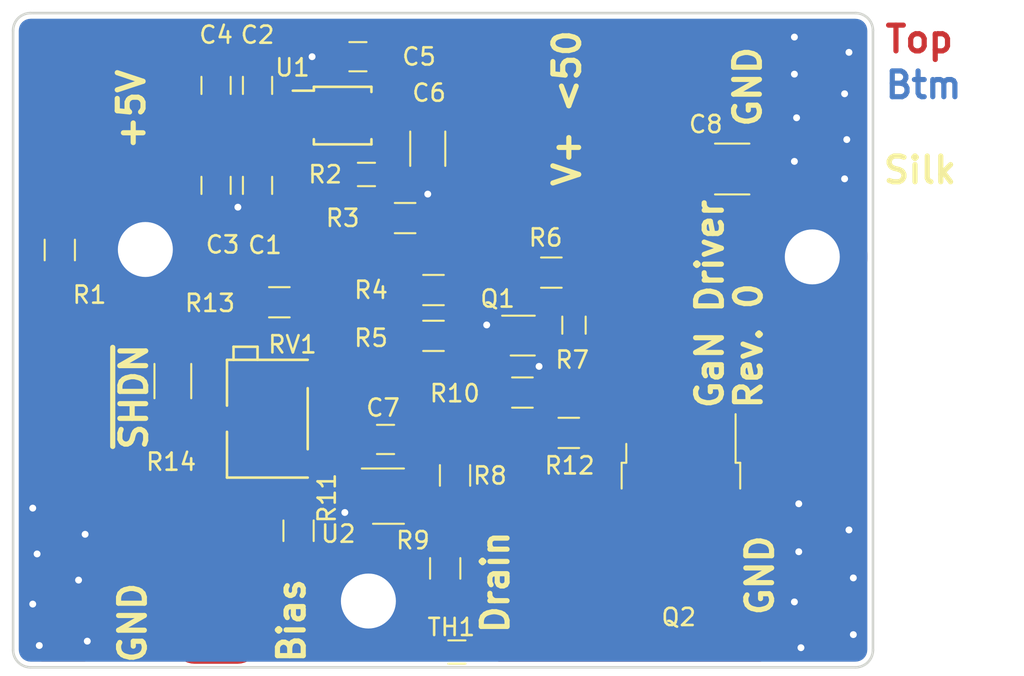
<source format=kicad_pcb>
(kicad_pcb (version 20171130) (host pcbnew "(5.1.4)-1")

  (general
    (thickness 1.6)
    (drawings 32)
    (tracks 286)
    (zones 0)
    (modules 39)
    (nets 24)
  )

  (page A4)
  (layers
    (0 F.Cu signal)
    (31 B.Cu signal)
    (32 B.Adhes user hide)
    (33 F.Adhes user hide)
    (34 B.Paste user hide)
    (35 F.Paste user)
    (36 B.SilkS user hide)
    (37 F.SilkS user)
    (38 B.Mask user)
    (39 F.Mask user hide)
    (40 Dwgs.User user)
    (41 Cmts.User user)
    (42 Eco1.User user)
    (43 Eco2.User user)
    (44 Edge.Cuts user)
    (45 Margin user)
    (46 B.CrtYd user)
    (47 F.CrtYd user)
    (48 B.Fab user)
    (49 F.Fab user hide)
  )

  (setup
    (last_trace_width 0.25)
    (user_trace_width 1.27)
    (user_trace_width 2.54)
    (user_trace_width 5.08)
    (trace_clearance 0.2)
    (zone_clearance 0.254)
    (zone_45_only no)
    (trace_min 0.2)
    (via_size 0.8)
    (via_drill 0.4)
    (via_min_size 0.4)
    (via_min_drill 0.3)
    (uvia_size 0.3)
    (uvia_drill 0.1)
    (uvias_allowed no)
    (uvia_min_size 0.2)
    (uvia_min_drill 0.1)
    (edge_width 0.15)
    (segment_width 0.2)
    (pcb_text_width 0.3)
    (pcb_text_size 1.5 1.5)
    (mod_edge_width 0.15)
    (mod_text_size 1 1)
    (mod_text_width 0.15)
    (pad_size 5.461 5.461)
    (pad_drill 3.25)
    (pad_to_mask_clearance 0.051)
    (solder_mask_min_width 0.25)
    (aux_axis_origin 0 0)
    (visible_elements 7FFFFFFF)
    (pcbplotparams
      (layerselection 0x010e8_ffffffff)
      (usegerberextensions true)
      (usegerberattributes false)
      (usegerberadvancedattributes false)
      (creategerberjobfile false)
      (excludeedgelayer true)
      (linewidth 0.020000)
      (plotframeref false)
      (viasonmask false)
      (mode 1)
      (useauxorigin false)
      (hpglpennumber 1)
      (hpglpenspeed 20)
      (hpglpendiameter 15.000000)
      (psnegative false)
      (psa4output false)
      (plotreference true)
      (plotvalue true)
      (plotinvisibletext false)
      (padsonsilk false)
      (subtractmaskfromsilk false)
      (outputformat 1)
      (mirror false)
      (drillshape 0)
      (scaleselection 1)
      (outputdirectory "gerb/"))
  )

  (net 0 "")
  (net 1 GND)
  (net 2 "Net-(C1-Pad1)")
  (net 3 "Net-(C2-Pad1)")
  (net 4 "Net-(C2-Pad2)")
  (net 5 +5V)
  (net 6 "Net-(C6-Pad1)")
  (net 7 "Net-(J1-Pad1)")
  (net 8 "Net-(J7-Pad1)")
  (net 9 "Net-(Q1-Pad6)")
  (net 10 "Net-(Q1-Pad2)")
  (net 11 "Net-(Q1-Pad5)")
  (net 12 "Net-(Q1-Pad3)")
  (net 13 "Net-(Q2-Pad1)")
  (net 14 "Net-(R2-Pad2)")
  (net 15 "Net-(R4-Pad2)")
  (net 16 "Net-(R8-Pad1)")
  (net 17 "Net-(U1-Pad9)")
  (net 18 "Net-(C8-Pad1)")
  (net 19 "Net-(J4-Pad1)")
  (net 20 "Net-(R11-Pad2)")
  (net 21 "Net-(R11-Pad1)")
  (net 22 "Net-(R13-Pad1)")
  (net 23 "Net-(R13-Pad2)")

  (net_class Default "This is the default net class."
    (clearance 0.2)
    (trace_width 0.25)
    (via_dia 0.8)
    (via_drill 0.4)
    (uvia_dia 0.3)
    (uvia_drill 0.1)
    (add_net +5V)
    (add_net GND)
    (add_net "Net-(C1-Pad1)")
    (add_net "Net-(C2-Pad1)")
    (add_net "Net-(C2-Pad2)")
    (add_net "Net-(C6-Pad1)")
    (add_net "Net-(C8-Pad1)")
    (add_net "Net-(J1-Pad1)")
    (add_net "Net-(J4-Pad1)")
    (add_net "Net-(J7-Pad1)")
    (add_net "Net-(Q1-Pad2)")
    (add_net "Net-(Q1-Pad3)")
    (add_net "Net-(Q1-Pad5)")
    (add_net "Net-(Q1-Pad6)")
    (add_net "Net-(Q2-Pad1)")
    (add_net "Net-(R11-Pad1)")
    (add_net "Net-(R11-Pad2)")
    (add_net "Net-(R13-Pad1)")
    (add_net "Net-(R13-Pad2)")
    (add_net "Net-(R2-Pad2)")
    (add_net "Net-(R4-Pad2)")
    (add_net "Net-(R8-Pad1)")
    (add_net "Net-(U1-Pad9)")
  )

  (module Resistors_SMD:R_0805_HandSoldering (layer F.Cu) (tedit 58E0A804) (tstamp 5C9E80EC)
    (at 110.1598 156.036 90)
    (descr "Resistor SMD 0805, hand soldering")
    (tags "resistor 0805")
    (path /5DD0A16B)
    (attr smd)
    (fp_text reference R1 (at -2.6124 1.7272 180) (layer F.SilkS)
      (effects (font (size 1 1) (thickness 0.15)))
    )
    (fp_text value R_4.7k_sm0805 (at 0 1.75 90) (layer F.Fab)
      (effects (font (size 1 1) (thickness 0.15)))
    )
    (fp_text user %R (at 0 0 90) (layer F.Fab)
      (effects (font (size 0.5 0.5) (thickness 0.075)))
    )
    (fp_line (start -1 0.62) (end -1 -0.62) (layer F.Fab) (width 0.1))
    (fp_line (start 1 0.62) (end -1 0.62) (layer F.Fab) (width 0.1))
    (fp_line (start 1 -0.62) (end 1 0.62) (layer F.Fab) (width 0.1))
    (fp_line (start -1 -0.62) (end 1 -0.62) (layer F.Fab) (width 0.1))
    (fp_line (start 0.6 0.88) (end -0.6 0.88) (layer F.SilkS) (width 0.12))
    (fp_line (start -0.6 -0.88) (end 0.6 -0.88) (layer F.SilkS) (width 0.12))
    (fp_line (start -2.35 -0.9) (end 2.35 -0.9) (layer F.CrtYd) (width 0.05))
    (fp_line (start -2.35 -0.9) (end -2.35 0.9) (layer F.CrtYd) (width 0.05))
    (fp_line (start 2.35 0.9) (end 2.35 -0.9) (layer F.CrtYd) (width 0.05))
    (fp_line (start 2.35 0.9) (end -2.35 0.9) (layer F.CrtYd) (width 0.05))
    (pad 1 smd rect (at -1.35 0 90) (size 1.5 1.3) (layers F.Cu F.Paste F.Mask)
      (net 7 "Net-(J1-Pad1)"))
    (pad 2 smd rect (at 1.35 0 90) (size 1.5 1.3) (layers F.Cu F.Paste F.Mask)
      (net 5 +5V))
    (model ${KISYS3DMOD}/Resistors_SMD.3dshapes/R_0805.wrl
      (at (xyz 0 0 0))
      (scale (xyz 1 1 1))
      (rotate (xyz 0 0 0))
    )
  )

  (module Mounting_Holes:MountingHole_3.2mm_M3_Pad (layer F.Cu) (tedit 56D1B4CB) (tstamp 5DCDF8AF)
    (at 115.1382 156.0068)
    (descr "Mounting Hole 3.2mm, M3")
    (tags "mounting hole 3.2mm m3")
    (path /5EB7B90B)
    (attr virtual)
    (fp_text reference H1 (at 0 -4.2) (layer F.SilkS) hide
      (effects (font (size 1 1) (thickness 0.15)))
    )
    (fp_text value MountingHole_Pad_M3 (at 0 4.2) (layer F.Fab)
      (effects (font (size 1 1) (thickness 0.15)))
    )
    (fp_text user %R (at 0.3 0) (layer F.Fab)
      (effects (font (size 1 1) (thickness 0.15)))
    )
    (fp_circle (center 0 0) (end 3.2 0) (layer Cmts.User) (width 0.15))
    (fp_circle (center 0 0) (end 3.45 0) (layer F.CrtYd) (width 0.05))
    (pad 1 thru_hole circle (at 0 0) (size 6.4 6.4) (drill 3.2) (layers *.Cu *.Mask)
      (net 1 GND))
  )

  (module Mounting_Holes:MountingHole_3.2mm_M3_Pad (layer F.Cu) (tedit 56D1B4CB) (tstamp 5DCDF8B7)
    (at 128.1176 176.4792)
    (descr "Mounting Hole 3.2mm, M3")
    (tags "mounting hole 3.2mm m3")
    (path /5EB7B760)
    (attr virtual)
    (fp_text reference H2 (at 0 -4.2) (layer F.SilkS) hide
      (effects (font (size 1 1) (thickness 0.15)))
    )
    (fp_text value MountingHole_Pad_M3 (at 0 4.2) (layer F.Fab)
      (effects (font (size 1 1) (thickness 0.15)))
    )
    (fp_text user %R (at 0.3 0) (layer F.Fab)
      (effects (font (size 1 1) (thickness 0.15)))
    )
    (fp_circle (center 0 0) (end 3.2 0) (layer Cmts.User) (width 0.15))
    (fp_circle (center 0 0) (end 3.45 0) (layer F.CrtYd) (width 0.05))
    (pad 1 thru_hole circle (at 0 0) (size 6.4 6.4) (drill 3.2) (layers *.Cu *.Mask)
      (net 1 GND))
  )

  (module Mounting_Holes:MountingHole_3.2mm_M3_Pad (layer F.Cu) (tedit 56D1B4CB) (tstamp 5DCDF8BF)
    (at 153.9494 156.4386)
    (descr "Mounting Hole 3.2mm, M3")
    (tags "mounting hole 3.2mm m3")
    (path /5EB7B15F)
    (attr virtual)
    (fp_text reference H3 (at 0 -4.2) (layer F.SilkS) hide
      (effects (font (size 1 1) (thickness 0.15)))
    )
    (fp_text value MountingHole_Pad_M3 (at 0 4.2) (layer F.Fab)
      (effects (font (size 1 1) (thickness 0.15)))
    )
    (fp_text user %R (at 0.3 0) (layer F.Fab)
      (effects (font (size 1 1) (thickness 0.15)))
    )
    (fp_circle (center 0 0) (end 3.2 0) (layer Cmts.User) (width 0.15))
    (fp_circle (center 0 0) (end 3.45 0) (layer F.CrtYd) (width 0.05))
    (pad 1 thru_hole circle (at 0 0) (size 6.4 6.4) (drill 3.2) (layers *.Cu *.Mask)
      (net 1 GND))
  )

  (module kicad_lib:SolderWirePad_single_SMD_5x10mm (layer F.Cu) (tedit 5DC9EF01) (tstamp 5C9E8067)
    (at 110.363 147.701)
    (descr "Wire Pad, Square, SMD Pad,  5mm x 10mm,")
    (tags "MesurementPoint Square SMDPad 5mmx10mm ")
    (path /5DD5206A)
    (attr smd)
    (fp_text reference J3 (at 0 -3.81) (layer F.SilkS) hide
      (effects (font (size 1 1) (thickness 0.15)))
    )
    (fp_text value Conn_5x10mm_pad (at 0 6.35) (layer F.Fab)
      (effects (font (size 1 1) (thickness 0.15)))
    )
    (fp_line (start -2.75 -5.25) (end -2.75 5.25) (layer F.CrtYd) (width 0.05))
    (fp_line (start -2.75 5.25) (end 2.75 5.25) (layer F.CrtYd) (width 0.05))
    (fp_line (start 2.75 5.25) (end 2.75 -5.25) (layer F.CrtYd) (width 0.05))
    (fp_line (start 2.75 -5.25) (end -2.75 -5.25) (layer F.CrtYd) (width 0.05))
    (pad 1 connect roundrect (at 0 0) (size 5 10) (layers F.Cu F.Mask) (roundrect_rratio 0.25)
      (net 5 +5V))
  )

  (module kicad_lib:SolderWirePad_single_SMD_5x10mm (layer F.Cu) (tedit 5DC9EF01) (tstamp 5C9E8055)
    (at 110.363 164.465)
    (descr "Wire Pad, Square, SMD Pad,  5mm x 10mm,")
    (tags "MesurementPoint Square SMDPad 5mmx10mm ")
    (path /5DD522BF)
    (attr smd)
    (fp_text reference J1 (at 0 -3.81) (layer F.SilkS) hide
      (effects (font (size 1 1) (thickness 0.15)))
    )
    (fp_text value Conn_5x10mm_pad (at 0 6.35) (layer F.Fab)
      (effects (font (size 1 1) (thickness 0.15)))
    )
    (fp_line (start -2.75 -5.25) (end -2.75 5.25) (layer F.CrtYd) (width 0.05))
    (fp_line (start -2.75 5.25) (end 2.75 5.25) (layer F.CrtYd) (width 0.05))
    (fp_line (start 2.75 5.25) (end 2.75 -5.25) (layer F.CrtYd) (width 0.05))
    (fp_line (start 2.75 -5.25) (end -2.75 -5.25) (layer F.CrtYd) (width 0.05))
    (pad 1 connect roundrect (at 0 0) (size 5 10) (layers F.Cu F.Mask) (roundrect_rratio 0.25)
      (net 7 "Net-(J1-Pad1)"))
  )

  (module kicad_lib:SolderWirePad_single_SMD_5x10mm (layer F.Cu) (tedit 5DC9EF01) (tstamp 5C9E8079)
    (at 119.253 175.133)
    (descr "Wire Pad, Square, SMD Pad,  5mm x 10mm,")
    (tags "MesurementPoint Square SMDPad 5mmx10mm ")
    (path /5DD51DF4)
    (attr smd)
    (fp_text reference J4 (at 0 -3.81) (layer F.SilkS) hide
      (effects (font (size 1 1) (thickness 0.15)))
    )
    (fp_text value Conn_5x10mm_pad (at 0 6.35) (layer F.Fab)
      (effects (font (size 1 1) (thickness 0.15)))
    )
    (fp_line (start -2.75 -5.25) (end -2.75 5.25) (layer F.CrtYd) (width 0.05))
    (fp_line (start -2.75 5.25) (end 2.75 5.25) (layer F.CrtYd) (width 0.05))
    (fp_line (start 2.75 5.25) (end 2.75 -5.25) (layer F.CrtYd) (width 0.05))
    (fp_line (start 2.75 -5.25) (end -2.75 -5.25) (layer F.CrtYd) (width 0.05))
    (pad 1 connect roundrect (at 0 0) (size 5 10) (layers F.Cu F.Mask) (roundrect_rratio 0.25)
      (net 19 "Net-(J4-Pad1)"))
  )

  (module kicad_lib:SolderWirePad_single_SMD_5x10mm (layer F.Cu) (tedit 5DC9EF01) (tstamp 5C9E805E)
    (at 110.363 175.006)
    (descr "Wire Pad, Square, SMD Pad,  5mm x 10mm,")
    (tags "MesurementPoint Square SMDPad 5mmx10mm ")
    (path /5DD6B249)
    (attr smd)
    (fp_text reference J2 (at 0 -3.81) (layer F.SilkS) hide
      (effects (font (size 1 1) (thickness 0.15)))
    )
    (fp_text value Conn_5x10mm_pad (at 0 6.35) (layer F.Fab)
      (effects (font (size 1 1) (thickness 0.15)))
    )
    (fp_line (start -2.75 -5.25) (end -2.75 5.25) (layer F.CrtYd) (width 0.05))
    (fp_line (start -2.75 5.25) (end 2.75 5.25) (layer F.CrtYd) (width 0.05))
    (fp_line (start 2.75 5.25) (end 2.75 -5.25) (layer F.CrtYd) (width 0.05))
    (fp_line (start 2.75 -5.25) (end -2.75 -5.25) (layer F.CrtYd) (width 0.05))
    (pad 1 connect roundrect (at 0 0) (size 5 10) (layers F.Cu F.Mask) (roundrect_rratio 0.25)
      (net 1 GND))
  )

  (module kicad_lib:SolderWirePad_single_SMD_5x10mm (layer F.Cu) (tedit 5DC9EF01) (tstamp 5C9E8070)
    (at 144.018 147.6375)
    (descr "Wire Pad, Square, SMD Pad,  5mm x 10mm,")
    (tags "MesurementPoint Square SMDPad 5mmx10mm ")
    (path /5DD51FE8)
    (attr smd)
    (fp_text reference J5 (at 0 -3.81) (layer F.SilkS) hide
      (effects (font (size 1 1) (thickness 0.15)))
    )
    (fp_text value Conn_5x10mm_pad (at 0 6.35) (layer F.Fab)
      (effects (font (size 1 1) (thickness 0.15)))
    )
    (fp_line (start -2.75 -5.25) (end -2.75 5.25) (layer F.CrtYd) (width 0.05))
    (fp_line (start -2.75 5.25) (end 2.75 5.25) (layer F.CrtYd) (width 0.05))
    (fp_line (start 2.75 5.25) (end 2.75 -5.25) (layer F.CrtYd) (width 0.05))
    (fp_line (start 2.75 -5.25) (end -2.75 -5.25) (layer F.CrtYd) (width 0.05))
    (pad 1 connect roundrect (at 0 0) (size 5 10) (layers F.Cu F.Mask) (roundrect_rratio 0.25)
      (net 18 "Net-(C8-Pad1)"))
  )

  (module kicad_lib:SolderWirePad_single_SMD_5x10mm (layer F.Cu) (tedit 5DC9EF01) (tstamp 5C9E808B)
    (at 139.7 174.9425)
    (descr "Wire Pad, Square, SMD Pad,  5mm x 10mm,")
    (tags "MesurementPoint Square SMDPad 5mmx10mm ")
    (path /5DD51F36)
    (attr smd)
    (fp_text reference J7 (at 0 -3.81) (layer F.SilkS) hide
      (effects (font (size 1 1) (thickness 0.15)))
    )
    (fp_text value Conn_5x10mm_pad (at 0 6.35) (layer F.Fab)
      (effects (font (size 1 1) (thickness 0.15)))
    )
    (fp_line (start -2.75 -5.25) (end -2.75 5.25) (layer F.CrtYd) (width 0.05))
    (fp_line (start -2.75 5.25) (end 2.75 5.25) (layer F.CrtYd) (width 0.05))
    (fp_line (start 2.75 5.25) (end 2.75 -5.25) (layer F.CrtYd) (width 0.05))
    (fp_line (start 2.75 -5.25) (end -2.75 -5.25) (layer F.CrtYd) (width 0.05))
    (pad 1 connect roundrect (at 0 0) (size 5 10) (layers F.Cu F.Mask) (roundrect_rratio 0.25)
      (net 8 "Net-(J7-Pad1)"))
  )

  (module kicad_lib:SolderWirePad_single_SMD_5x10mm (layer F.Cu) (tedit 5DC9EF01) (tstamp 5C9E8094)
    (at 154.559 147.701)
    (descr "Wire Pad, Square, SMD Pad,  5mm x 10mm,")
    (tags "MesurementPoint Square SMDPad 5mmx10mm ")
    (path /5DD6E6E1)
    (attr smd)
    (fp_text reference J6 (at 5.715 -3.683) (layer F.SilkS) hide
      (effects (font (size 1 1) (thickness 0.15)))
    )
    (fp_text value Conn_5x10mm_pad (at 0 6.35) (layer F.Fab)
      (effects (font (size 1 1) (thickness 0.15)))
    )
    (fp_line (start -2.75 -5.25) (end -2.75 5.25) (layer F.CrtYd) (width 0.05))
    (fp_line (start -2.75 5.25) (end 2.75 5.25) (layer F.CrtYd) (width 0.05))
    (fp_line (start 2.75 5.25) (end 2.75 -5.25) (layer F.CrtYd) (width 0.05))
    (fp_line (start 2.75 -5.25) (end -2.75 -5.25) (layer F.CrtYd) (width 0.05))
    (pad 1 connect roundrect (at 0 0) (size 5 10) (layers F.Cu F.Mask) (roundrect_rratio 0.25)
      (net 1 GND))
  )

  (module kicad_lib:SolderWirePad_single_SMD_5x10mm (layer F.Cu) (tedit 5DC9EF01) (tstamp 5C9E809D)
    (at 154.559 174.879)
    (descr "Wire Pad, Square, SMD Pad,  5mm x 10mm,")
    (tags "MesurementPoint Square SMDPad 5mmx10mm ")
    (path /5DD6E751)
    (attr smd)
    (fp_text reference J8 (at 0 -3.81) (layer F.SilkS) hide
      (effects (font (size 1 1) (thickness 0.15)))
    )
    (fp_text value Conn_5x10mm_pad (at 0 6.35) (layer F.Fab)
      (effects (font (size 1 1) (thickness 0.15)))
    )
    (fp_line (start -2.75 -5.25) (end -2.75 5.25) (layer F.CrtYd) (width 0.05))
    (fp_line (start -2.75 5.25) (end 2.75 5.25) (layer F.CrtYd) (width 0.05))
    (fp_line (start 2.75 5.25) (end 2.75 -5.25) (layer F.CrtYd) (width 0.05))
    (fp_line (start 2.75 -5.25) (end -2.75 -5.25) (layer F.CrtYd) (width 0.05))
    (pad 1 connect roundrect (at 0 0) (size 5 10) (layers F.Cu F.Mask) (roundrect_rratio 0.25)
      (net 1 GND))
  )

  (module Capacitors_SMD:C_0805_HandSoldering (layer F.Cu) (tedit 58AA84A8) (tstamp 5C9E7FE6)
    (at 121.666 152.273 270)
    (descr "Capacitor SMD 0805, hand soldering")
    (tags "capacitor 0805")
    (path /5DCFDAD7)
    (attr smd)
    (fp_text reference C1 (at 3.4798 -0.4318) (layer F.SilkS)
      (effects (font (size 1 1) (thickness 0.15)))
    )
    (fp_text value 0.1uF_50V_0805_x7r (at 0 1.75 270) (layer F.Fab)
      (effects (font (size 1 1) (thickness 0.15)))
    )
    (fp_line (start 2.25 0.87) (end -2.25 0.87) (layer F.CrtYd) (width 0.05))
    (fp_line (start 2.25 0.87) (end 2.25 -0.88) (layer F.CrtYd) (width 0.05))
    (fp_line (start -2.25 -0.88) (end -2.25 0.87) (layer F.CrtYd) (width 0.05))
    (fp_line (start -2.25 -0.88) (end 2.25 -0.88) (layer F.CrtYd) (width 0.05))
    (fp_line (start -0.5 0.85) (end 0.5 0.85) (layer F.SilkS) (width 0.12))
    (fp_line (start 0.5 -0.85) (end -0.5 -0.85) (layer F.SilkS) (width 0.12))
    (fp_line (start -1 -0.62) (end 1 -0.62) (layer F.Fab) (width 0.1))
    (fp_line (start 1 -0.62) (end 1 0.62) (layer F.Fab) (width 0.1))
    (fp_line (start 1 0.62) (end -1 0.62) (layer F.Fab) (width 0.1))
    (fp_line (start -1 0.62) (end -1 -0.62) (layer F.Fab) (width 0.1))
    (fp_text user %R (at 0 -1.75 270) (layer F.Fab)
      (effects (font (size 1 1) (thickness 0.15)))
    )
    (pad 2 smd rect (at 1.25 0 270) (size 1.5 1.25) (layers F.Cu F.Paste F.Mask)
      (net 1 GND))
    (pad 1 smd rect (at -1.25 0 270) (size 1.5 1.25) (layers F.Cu F.Paste F.Mask)
      (net 2 "Net-(C1-Pad1)"))
    (model Capacitors_SMD.3dshapes/C_0805.wrl
      (at (xyz 0 0 0))
      (scale (xyz 1 1 1))
      (rotate (xyz 0 0 0))
    )
  )

  (module Capacitors_SMD:C_0805_HandSoldering (layer F.Cu) (tedit 58AA84A8) (tstamp 5C9E7FF7)
    (at 121.666 146.451 270)
    (descr "Capacitor SMD 0805, hand soldering")
    (tags "capacitor 0805")
    (path /5DD0A3D2)
    (attr smd)
    (fp_text reference C2 (at -2.941 0) (layer F.SilkS)
      (effects (font (size 1 1) (thickness 0.15)))
    )
    (fp_text value 0.1uF_50V_0805_x7r (at 0 1.75 270) (layer F.Fab)
      (effects (font (size 1 1) (thickness 0.15)))
    )
    (fp_text user %R (at 0 -1.75 270) (layer F.Fab)
      (effects (font (size 1 1) (thickness 0.15)))
    )
    (fp_line (start -1 0.62) (end -1 -0.62) (layer F.Fab) (width 0.1))
    (fp_line (start 1 0.62) (end -1 0.62) (layer F.Fab) (width 0.1))
    (fp_line (start 1 -0.62) (end 1 0.62) (layer F.Fab) (width 0.1))
    (fp_line (start -1 -0.62) (end 1 -0.62) (layer F.Fab) (width 0.1))
    (fp_line (start 0.5 -0.85) (end -0.5 -0.85) (layer F.SilkS) (width 0.12))
    (fp_line (start -0.5 0.85) (end 0.5 0.85) (layer F.SilkS) (width 0.12))
    (fp_line (start -2.25 -0.88) (end 2.25 -0.88) (layer F.CrtYd) (width 0.05))
    (fp_line (start -2.25 -0.88) (end -2.25 0.87) (layer F.CrtYd) (width 0.05))
    (fp_line (start 2.25 0.87) (end 2.25 -0.88) (layer F.CrtYd) (width 0.05))
    (fp_line (start 2.25 0.87) (end -2.25 0.87) (layer F.CrtYd) (width 0.05))
    (pad 1 smd rect (at -1.25 0 270) (size 1.5 1.25) (layers F.Cu F.Paste F.Mask)
      (net 3 "Net-(C2-Pad1)"))
    (pad 2 smd rect (at 1.25 0 270) (size 1.5 1.25) (layers F.Cu F.Paste F.Mask)
      (net 4 "Net-(C2-Pad2)"))
    (model Capacitors_SMD.3dshapes/C_0805.wrl
      (at (xyz 0 0 0))
      (scale (xyz 1 1 1))
      (rotate (xyz 0 0 0))
    )
  )

  (module Capacitors_SMD:C_0805_HandSoldering (layer F.Cu) (tedit 58AA84A8) (tstamp 5C9E8008)
    (at 119.253 152.273 270)
    (descr "Capacitor SMD 0805, hand soldering")
    (tags "capacitor 0805")
    (path /5DCFDA05)
    (attr smd)
    (fp_text reference C3 (at 3.4544 -0.381) (layer F.SilkS)
      (effects (font (size 1 1) (thickness 0.15)))
    )
    (fp_text value 0.1uF_50V_0805_x7r (at 0 1.75 270) (layer F.Fab)
      (effects (font (size 1 1) (thickness 0.15)))
    )
    (fp_text user %R (at 0 -1.75 270) (layer F.Fab)
      (effects (font (size 1 1) (thickness 0.15)))
    )
    (fp_line (start -1 0.62) (end -1 -0.62) (layer F.Fab) (width 0.1))
    (fp_line (start 1 0.62) (end -1 0.62) (layer F.Fab) (width 0.1))
    (fp_line (start 1 -0.62) (end 1 0.62) (layer F.Fab) (width 0.1))
    (fp_line (start -1 -0.62) (end 1 -0.62) (layer F.Fab) (width 0.1))
    (fp_line (start 0.5 -0.85) (end -0.5 -0.85) (layer F.SilkS) (width 0.12))
    (fp_line (start -0.5 0.85) (end 0.5 0.85) (layer F.SilkS) (width 0.12))
    (fp_line (start -2.25 -0.88) (end 2.25 -0.88) (layer F.CrtYd) (width 0.05))
    (fp_line (start -2.25 -0.88) (end -2.25 0.87) (layer F.CrtYd) (width 0.05))
    (fp_line (start 2.25 0.87) (end 2.25 -0.88) (layer F.CrtYd) (width 0.05))
    (fp_line (start 2.25 0.87) (end -2.25 0.87) (layer F.CrtYd) (width 0.05))
    (pad 1 smd rect (at -1.25 0 270) (size 1.5 1.25) (layers F.Cu F.Paste F.Mask)
      (net 2 "Net-(C1-Pad1)"))
    (pad 2 smd rect (at 1.25 0 270) (size 1.5 1.25) (layers F.Cu F.Paste F.Mask)
      (net 1 GND))
    (model Capacitors_SMD.3dshapes/C_0805.wrl
      (at (xyz 0 0 0))
      (scale (xyz 1 1 1))
      (rotate (xyz 0 0 0))
    )
  )

  (module Capacitors_SMD:C_0805_HandSoldering (layer F.Cu) (tedit 58AA84A8) (tstamp 5C9E8019)
    (at 119.253 146.451 270)
    (descr "Capacitor SMD 0805, hand soldering")
    (tags "capacitor 0805")
    (path /5DD0A358)
    (attr smd)
    (fp_text reference C4 (at -2.941 0) (layer F.SilkS)
      (effects (font (size 1 1) (thickness 0.15)))
    )
    (fp_text value 0.1uF_50V_0805_x7r (at 0 1.75 270) (layer F.Fab)
      (effects (font (size 1 1) (thickness 0.15)))
    )
    (fp_line (start 2.25 0.87) (end -2.25 0.87) (layer F.CrtYd) (width 0.05))
    (fp_line (start 2.25 0.87) (end 2.25 -0.88) (layer F.CrtYd) (width 0.05))
    (fp_line (start -2.25 -0.88) (end -2.25 0.87) (layer F.CrtYd) (width 0.05))
    (fp_line (start -2.25 -0.88) (end 2.25 -0.88) (layer F.CrtYd) (width 0.05))
    (fp_line (start -0.5 0.85) (end 0.5 0.85) (layer F.SilkS) (width 0.12))
    (fp_line (start 0.5 -0.85) (end -0.5 -0.85) (layer F.SilkS) (width 0.12))
    (fp_line (start -1 -0.62) (end 1 -0.62) (layer F.Fab) (width 0.1))
    (fp_line (start 1 -0.62) (end 1 0.62) (layer F.Fab) (width 0.1))
    (fp_line (start 1 0.62) (end -1 0.62) (layer F.Fab) (width 0.1))
    (fp_line (start -1 0.62) (end -1 -0.62) (layer F.Fab) (width 0.1))
    (fp_text user %R (at 0 -1.75 270) (layer F.Fab)
      (effects (font (size 1 1) (thickness 0.15)))
    )
    (pad 2 smd rect (at 1.25 0 270) (size 1.5 1.25) (layers F.Cu F.Paste F.Mask)
      (net 4 "Net-(C2-Pad2)"))
    (pad 1 smd rect (at -1.25 0 270) (size 1.5 1.25) (layers F.Cu F.Paste F.Mask)
      (net 3 "Net-(C2-Pad1)"))
    (model Capacitors_SMD.3dshapes/C_0805.wrl
      (at (xyz 0 0 0))
      (scale (xyz 1 1 1))
      (rotate (xyz 0 0 0))
    )
  )

  (module Capacitors_SMD:C_0805_HandSoldering (layer F.Cu) (tedit 58AA84A8) (tstamp 5C9E802A)
    (at 127.508 144.78 180)
    (descr "Capacitor SMD 0805, hand soldering")
    (tags "capacitor 0805")
    (path /5DCFE593)
    (attr smd)
    (fp_text reference C5 (at -3.556 0 180) (layer F.SilkS)
      (effects (font (size 1 1) (thickness 0.15)))
    )
    (fp_text value 0.1uF_50V_0805_x7r (at 0 1.75 180) (layer F.Fab)
      (effects (font (size 1 1) (thickness 0.15)))
    )
    (fp_text user %R (at 0 -1.75 180) (layer F.Fab)
      (effects (font (size 1 1) (thickness 0.15)))
    )
    (fp_line (start -1 0.62) (end -1 -0.62) (layer F.Fab) (width 0.1))
    (fp_line (start 1 0.62) (end -1 0.62) (layer F.Fab) (width 0.1))
    (fp_line (start 1 -0.62) (end 1 0.62) (layer F.Fab) (width 0.1))
    (fp_line (start -1 -0.62) (end 1 -0.62) (layer F.Fab) (width 0.1))
    (fp_line (start 0.5 -0.85) (end -0.5 -0.85) (layer F.SilkS) (width 0.12))
    (fp_line (start -0.5 0.85) (end 0.5 0.85) (layer F.SilkS) (width 0.12))
    (fp_line (start -2.25 -0.88) (end 2.25 -0.88) (layer F.CrtYd) (width 0.05))
    (fp_line (start -2.25 -0.88) (end -2.25 0.87) (layer F.CrtYd) (width 0.05))
    (fp_line (start 2.25 0.87) (end 2.25 -0.88) (layer F.CrtYd) (width 0.05))
    (fp_line (start 2.25 0.87) (end -2.25 0.87) (layer F.CrtYd) (width 0.05))
    (pad 1 smd rect (at -1.25 0 180) (size 1.5 1.25) (layers F.Cu F.Paste F.Mask)
      (net 5 +5V))
    (pad 2 smd rect (at 1.25 0 180) (size 1.5 1.25) (layers F.Cu F.Paste F.Mask)
      (net 1 GND))
    (model Capacitors_SMD.3dshapes/C_0805.wrl
      (at (xyz 0 0 0))
      (scale (xyz 1 1 1))
      (rotate (xyz 0 0 0))
    )
  )

  (module Capacitors_SMD:C_1206 (layer F.Cu) (tedit 58AA84B8) (tstamp 5C9E803B)
    (at 131.572 150.138 270)
    (descr "Capacitor SMD 1206, reflow soldering, AVX (see smccp.pdf)")
    (tags "capacitor 1206")
    (path /5EB70E2F)
    (attr smd)
    (fp_text reference C6 (at -3.2498 -0.0762) (layer F.SilkS)
      (effects (font (size 1 1) (thickness 0.15)))
    )
    (fp_text value C_4.7uf_50V_x7r_1206 (at 0 2 270) (layer F.Fab)
      (effects (font (size 1 1) (thickness 0.15)))
    )
    (fp_line (start 2.25 1.05) (end -2.25 1.05) (layer F.CrtYd) (width 0.05))
    (fp_line (start 2.25 1.05) (end 2.25 -1.05) (layer F.CrtYd) (width 0.05))
    (fp_line (start -2.25 -1.05) (end -2.25 1.05) (layer F.CrtYd) (width 0.05))
    (fp_line (start -2.25 -1.05) (end 2.25 -1.05) (layer F.CrtYd) (width 0.05))
    (fp_line (start -1 1.02) (end 1 1.02) (layer F.SilkS) (width 0.12))
    (fp_line (start 1 -1.02) (end -1 -1.02) (layer F.SilkS) (width 0.12))
    (fp_line (start -1.6 -0.8) (end 1.6 -0.8) (layer F.Fab) (width 0.1))
    (fp_line (start 1.6 -0.8) (end 1.6 0.8) (layer F.Fab) (width 0.1))
    (fp_line (start 1.6 0.8) (end -1.6 0.8) (layer F.Fab) (width 0.1))
    (fp_line (start -1.6 0.8) (end -1.6 -0.8) (layer F.Fab) (width 0.1))
    (fp_text user %R (at 0 -1.75 270) (layer F.Fab)
      (effects (font (size 1 1) (thickness 0.15)))
    )
    (pad 2 smd rect (at 1.5 0 270) (size 1 1.6) (layers F.Cu F.Paste F.Mask)
      (net 1 GND))
    (pad 1 smd rect (at -1.5 0 270) (size 1 1.6) (layers F.Cu F.Paste F.Mask)
      (net 6 "Net-(C6-Pad1)"))
    (model Capacitors_SMD.3dshapes/C_1206.wrl
      (at (xyz 0 0 0))
      (scale (xyz 1 1 1))
      (rotate (xyz 0 0 0))
    )
  )

  (module Capacitors_SMD:C_0805_HandSoldering (layer F.Cu) (tedit 58AA84A8) (tstamp 5C9E804C)
    (at 129.1155 167.0685 180)
    (descr "Capacitor SMD 0805, hand soldering")
    (tags "capacitor 0805")
    (path /5DD0B198)
    (attr smd)
    (fp_text reference C7 (at 0.147 1.8415 180) (layer F.SilkS)
      (effects (font (size 1 1) (thickness 0.15)))
    )
    (fp_text value 0.1uF_50V_0805_x7r (at 0 1.75 180) (layer F.Fab)
      (effects (font (size 1 1) (thickness 0.15)))
    )
    (fp_line (start 2.25 0.87) (end -2.25 0.87) (layer F.CrtYd) (width 0.05))
    (fp_line (start 2.25 0.87) (end 2.25 -0.88) (layer F.CrtYd) (width 0.05))
    (fp_line (start -2.25 -0.88) (end -2.25 0.87) (layer F.CrtYd) (width 0.05))
    (fp_line (start -2.25 -0.88) (end 2.25 -0.88) (layer F.CrtYd) (width 0.05))
    (fp_line (start -0.5 0.85) (end 0.5 0.85) (layer F.SilkS) (width 0.12))
    (fp_line (start 0.5 -0.85) (end -0.5 -0.85) (layer F.SilkS) (width 0.12))
    (fp_line (start -1 -0.62) (end 1 -0.62) (layer F.Fab) (width 0.1))
    (fp_line (start 1 -0.62) (end 1 0.62) (layer F.Fab) (width 0.1))
    (fp_line (start 1 0.62) (end -1 0.62) (layer F.Fab) (width 0.1))
    (fp_line (start -1 0.62) (end -1 -0.62) (layer F.Fab) (width 0.1))
    (fp_text user %R (at 0 -1.75 180) (layer F.Fab)
      (effects (font (size 1 1) (thickness 0.15)))
    )
    (pad 2 smd rect (at 1.25 0 180) (size 1.5 1.25) (layers F.Cu F.Paste F.Mask)
      (net 6 "Net-(C6-Pad1)"))
    (pad 1 smd rect (at -1.25 0 180) (size 1.5 1.25) (layers F.Cu F.Paste F.Mask)
      (net 5 +5V))
    (model Capacitors_SMD.3dshapes/C_0805.wrl
      (at (xyz 0 0 0))
      (scale (xyz 1 1 1))
      (rotate (xyz 0 0 0))
    )
  )

  (module TO_SOT_Packages_SMD:SOT-363_SC-70-6 (layer F.Cu) (tedit 58CE4E7F) (tstamp 5C9E80B3)
    (at 137.099 161.021)
    (descr "SOT-363, SC-70-6")
    (tags "SOT-363 SC-70-6")
    (path /5DCD86B7)
    (attr smd)
    (fp_text reference Q1 (at -1.463 -2.144) (layer F.SilkS)
      (effects (font (size 1 1) (thickness 0.15)))
    )
    (fp_text value MBT3904 (at 0 2 180) (layer F.Fab)
      (effects (font (size 1 1) (thickness 0.15)))
    )
    (fp_line (start -0.175 -1.1) (end -0.675 -0.6) (layer F.Fab) (width 0.1))
    (fp_line (start 0.675 1.1) (end -0.675 1.1) (layer F.Fab) (width 0.1))
    (fp_line (start 0.675 -1.1) (end 0.675 1.1) (layer F.Fab) (width 0.1))
    (fp_line (start -1.6 1.4) (end 1.6 1.4) (layer F.CrtYd) (width 0.05))
    (fp_line (start -0.675 -0.6) (end -0.675 1.1) (layer F.Fab) (width 0.1))
    (fp_line (start 0.675 -1.1) (end -0.175 -1.1) (layer F.Fab) (width 0.1))
    (fp_line (start -1.6 -1.4) (end 1.6 -1.4) (layer F.CrtYd) (width 0.05))
    (fp_line (start -1.6 -1.4) (end -1.6 1.4) (layer F.CrtYd) (width 0.05))
    (fp_line (start 1.6 1.4) (end 1.6 -1.4) (layer F.CrtYd) (width 0.05))
    (fp_line (start -0.7 1.16) (end 0.7 1.16) (layer F.SilkS) (width 0.12))
    (fp_line (start 0.7 -1.16) (end -1.2 -1.16) (layer F.SilkS) (width 0.12))
    (fp_text user %R (at 0 0 90) (layer F.Fab)
      (effects (font (size 0.5 0.5) (thickness 0.075)))
    )
    (pad 6 smd rect (at 0.95 -0.65) (size 0.65 0.4) (layers F.Cu F.Paste F.Mask)
      (net 9 "Net-(Q1-Pad6)"))
    (pad 4 smd rect (at 0.95 0.65) (size 0.65 0.4) (layers F.Cu F.Paste F.Mask)
      (net 1 GND))
    (pad 2 smd rect (at -0.95 0) (size 0.65 0.4) (layers F.Cu F.Paste F.Mask)
      (net 10 "Net-(Q1-Pad2)"))
    (pad 5 smd rect (at 0.95 0) (size 0.65 0.4) (layers F.Cu F.Paste F.Mask)
      (net 11 "Net-(Q1-Pad5)"))
    (pad 3 smd rect (at -0.95 0.65) (size 0.65 0.4) (layers F.Cu F.Paste F.Mask)
      (net 12 "Net-(Q1-Pad3)"))
    (pad 1 smd rect (at -0.95 -0.65) (size 0.65 0.4) (layers F.Cu F.Paste F.Mask)
      (net 1 GND))
    (model ${KISYS3DMOD}/TO_SOT_Packages_SMD.3dshapes/SOT-363_SC-70-6.wrl
      (at (xyz 0 0 0))
      (scale (xyz 1 1 1))
      (rotate (xyz 0 0 0))
    )
  )

  (module TO_SOT_Packages_SMD:TO-252-3_TabPin4 (layer F.Cu) (tedit 590079C0) (tstamp 5C9E80DB)
    (at 146.305 170.898 270)
    (descr "TO-252 / DPAK SMD package, http://www.infineon.com/cms/en/product/packages/PG-TO252/PG-TO252-3-1/")
    (tags "DPAK TO-252 DPAK-3 TO-252-3 SOT-428")
    (path /5DD08365)
    (attr smd)
    (fp_text reference Q2 (at 6.521 0.128) (layer F.SilkS)
      (effects (font (size 1 1) (thickness 0.15)))
    )
    (fp_text value IRFR5210 (at 0 4.5 270) (layer F.Fab)
      (effects (font (size 1 1) (thickness 0.15)))
    )
    (fp_text user %R (at 0 0 270) (layer F.Fab)
      (effects (font (size 1 1) (thickness 0.15)))
    )
    (fp_line (start 5.55 -3.5) (end -5.55 -3.5) (layer F.CrtYd) (width 0.05))
    (fp_line (start 5.55 3.5) (end 5.55 -3.5) (layer F.CrtYd) (width 0.05))
    (fp_line (start -5.55 3.5) (end 5.55 3.5) (layer F.CrtYd) (width 0.05))
    (fp_line (start -5.55 -3.5) (end -5.55 3.5) (layer F.CrtYd) (width 0.05))
    (fp_line (start -2.47 3.18) (end -3.57 3.18) (layer F.SilkS) (width 0.12))
    (fp_line (start -2.47 3.45) (end -2.47 3.18) (layer F.SilkS) (width 0.12))
    (fp_line (start -0.97 3.45) (end -2.47 3.45) (layer F.SilkS) (width 0.12))
    (fp_line (start -2.47 -3.18) (end -5.3 -3.18) (layer F.SilkS) (width 0.12))
    (fp_line (start -2.47 -3.45) (end -2.47 -3.18) (layer F.SilkS) (width 0.12))
    (fp_line (start -0.97 -3.45) (end -2.47 -3.45) (layer F.SilkS) (width 0.12))
    (fp_line (start -4.97 2.655) (end -2.27 2.655) (layer F.Fab) (width 0.1))
    (fp_line (start -4.97 1.905) (end -4.97 2.655) (layer F.Fab) (width 0.1))
    (fp_line (start -2.27 1.905) (end -4.97 1.905) (layer F.Fab) (width 0.1))
    (fp_line (start -4.97 0.375) (end -2.27 0.375) (layer F.Fab) (width 0.1))
    (fp_line (start -4.97 -0.375) (end -4.97 0.375) (layer F.Fab) (width 0.1))
    (fp_line (start -2.27 -0.375) (end -4.97 -0.375) (layer F.Fab) (width 0.1))
    (fp_line (start -4.97 -1.905) (end -2.27 -1.905) (layer F.Fab) (width 0.1))
    (fp_line (start -4.97 -2.655) (end -4.97 -1.905) (layer F.Fab) (width 0.1))
    (fp_line (start -1.865 -2.655) (end -4.97 -2.655) (layer F.Fab) (width 0.1))
    (fp_line (start -1.27 -3.25) (end 3.95 -3.25) (layer F.Fab) (width 0.1))
    (fp_line (start -2.27 -2.25) (end -1.27 -3.25) (layer F.Fab) (width 0.1))
    (fp_line (start -2.27 3.25) (end -2.27 -2.25) (layer F.Fab) (width 0.1))
    (fp_line (start 3.95 3.25) (end -2.27 3.25) (layer F.Fab) (width 0.1))
    (fp_line (start 3.95 -3.25) (end 3.95 3.25) (layer F.Fab) (width 0.1))
    (fp_line (start 4.95 2.7) (end 3.95 2.7) (layer F.Fab) (width 0.1))
    (fp_line (start 4.95 -2.7) (end 4.95 2.7) (layer F.Fab) (width 0.1))
    (fp_line (start 3.95 -2.7) (end 4.95 -2.7) (layer F.Fab) (width 0.1))
    (pad 4 smd rect (at 0.425 1.525 270) (size 3.05 2.75) (layers F.Cu F.Paste)
      (net 8 "Net-(J7-Pad1)"))
    (pad 4 smd rect (at 3.775 -1.525 270) (size 3.05 2.75) (layers F.Cu F.Paste)
      (net 8 "Net-(J7-Pad1)"))
    (pad 4 smd rect (at 0.425 -1.525 270) (size 3.05 2.75) (layers F.Cu F.Paste)
      (net 8 "Net-(J7-Pad1)"))
    (pad 4 smd rect (at 3.775 1.525 270) (size 3.05 2.75) (layers F.Cu F.Paste)
      (net 8 "Net-(J7-Pad1)"))
    (pad 4 smd rect (at 2.1 0 270) (size 6.4 5.8) (layers F.Cu F.Mask)
      (net 8 "Net-(J7-Pad1)"))
    (pad 3 smd rect (at -4.2 2.28 270) (size 2.2 1.2) (layers F.Cu F.Paste F.Mask)
      (net 18 "Net-(C8-Pad1)"))
    (pad 2 smd rect (at -4.2 0 270) (size 2.2 1.2) (layers F.Cu F.Paste F.Mask))
    (pad 1 smd rect (at -4.2 -2.28 270) (size 2.2 1.2) (layers F.Cu F.Paste F.Mask)
      (net 13 "Net-(Q2-Pad1)"))
    (model ${KISYS3DMOD}/TO_SOT_Packages_SMD.3dshapes/TO-252-3_TabPin4.wrl
      (at (xyz 0 0 0))
      (scale (xyz 1 1 1))
      (rotate (xyz 0 0 0))
    )
  )

  (module Resistors_SMD:R_0603 (layer F.Cu) (tedit 58E0A804) (tstamp 5C9E80FD)
    (at 128.004 151.638)
    (descr "Resistor SMD 0603, reflow soldering, Vishay (see dcrcw.pdf)")
    (tags "resistor 0603")
    (path /5DD0885E)
    (attr smd)
    (fp_text reference R2 (at -2.401 0) (layer F.SilkS)
      (effects (font (size 1 1) (thickness 0.15)))
    )
    (fp_text value R_390k_sm0603 (at 0 1.5) (layer F.Fab)
      (effects (font (size 1 1) (thickness 0.15)))
    )
    (fp_text user %R (at 0 0) (layer F.Fab)
      (effects (font (size 0.4 0.4) (thickness 0.075)))
    )
    (fp_line (start -0.8 0.4) (end -0.8 -0.4) (layer F.Fab) (width 0.1))
    (fp_line (start 0.8 0.4) (end -0.8 0.4) (layer F.Fab) (width 0.1))
    (fp_line (start 0.8 -0.4) (end 0.8 0.4) (layer F.Fab) (width 0.1))
    (fp_line (start -0.8 -0.4) (end 0.8 -0.4) (layer F.Fab) (width 0.1))
    (fp_line (start 0.5 0.68) (end -0.5 0.68) (layer F.SilkS) (width 0.12))
    (fp_line (start -0.5 -0.68) (end 0.5 -0.68) (layer F.SilkS) (width 0.12))
    (fp_line (start -1.25 -0.7) (end 1.25 -0.7) (layer F.CrtYd) (width 0.05))
    (fp_line (start -1.25 -0.7) (end -1.25 0.7) (layer F.CrtYd) (width 0.05))
    (fp_line (start 1.25 0.7) (end 1.25 -0.7) (layer F.CrtYd) (width 0.05))
    (fp_line (start 1.25 0.7) (end -1.25 0.7) (layer F.CrtYd) (width 0.05))
    (pad 1 smd rect (at -0.75 0) (size 0.5 0.9) (layers F.Cu F.Paste F.Mask)
      (net 6 "Net-(C6-Pad1)"))
    (pad 2 smd rect (at 0.75 0) (size 0.5 0.9) (layers F.Cu F.Paste F.Mask)
      (net 14 "Net-(R2-Pad2)"))
    (model ${KISYS3DMOD}/Resistors_SMD.3dshapes/R_0603.wrl
      (at (xyz 0 0 0))
      (scale (xyz 1 1 1))
      (rotate (xyz 0 0 0))
    )
  )

  (module Resistors_SMD:R_0805_HandSoldering (layer F.Cu) (tedit 58E0A804) (tstamp 5C9E810E)
    (at 130.255 154.178)
    (descr "Resistor SMD 0805, hand soldering")
    (tags "resistor 0805")
    (path /5DD09E8D)
    (attr smd)
    (fp_text reference R3 (at -3.636 0) (layer F.SilkS)
      (effects (font (size 1 1) (thickness 0.15)))
    )
    (fp_text value R_43.2K_sm0805 (at 0 1.75) (layer F.Fab)
      (effects (font (size 1 1) (thickness 0.15)))
    )
    (fp_line (start 2.35 0.9) (end -2.35 0.9) (layer F.CrtYd) (width 0.05))
    (fp_line (start 2.35 0.9) (end 2.35 -0.9) (layer F.CrtYd) (width 0.05))
    (fp_line (start -2.35 -0.9) (end -2.35 0.9) (layer F.CrtYd) (width 0.05))
    (fp_line (start -2.35 -0.9) (end 2.35 -0.9) (layer F.CrtYd) (width 0.05))
    (fp_line (start -0.6 -0.88) (end 0.6 -0.88) (layer F.SilkS) (width 0.12))
    (fp_line (start 0.6 0.88) (end -0.6 0.88) (layer F.SilkS) (width 0.12))
    (fp_line (start -1 -0.62) (end 1 -0.62) (layer F.Fab) (width 0.1))
    (fp_line (start 1 -0.62) (end 1 0.62) (layer F.Fab) (width 0.1))
    (fp_line (start 1 0.62) (end -1 0.62) (layer F.Fab) (width 0.1))
    (fp_line (start -1 0.62) (end -1 -0.62) (layer F.Fab) (width 0.1))
    (fp_text user %R (at 0 0) (layer F.Fab)
      (effects (font (size 0.5 0.5) (thickness 0.075)))
    )
    (pad 2 smd rect (at 1.35 0) (size 1.5 1.3) (layers F.Cu F.Paste F.Mask)
      (net 1 GND))
    (pad 1 smd rect (at -1.35 0) (size 1.5 1.3) (layers F.Cu F.Paste F.Mask)
      (net 14 "Net-(R2-Pad2)"))
    (model ${KISYS3DMOD}/Resistors_SMD.3dshapes/R_0805.wrl
      (at (xyz 0 0 0))
      (scale (xyz 1 1 1))
      (rotate (xyz 0 0 0))
    )
  )

  (module Resistors_SMD:R_0805_HandSoldering (layer F.Cu) (tedit 58E0A804) (tstamp 5C9E811F)
    (at 131.906 158.369 180)
    (descr "Resistor SMD 0805, hand soldering")
    (tags "resistor 0805")
    (path /5DD0A610)
    (attr smd)
    (fp_text reference R4 (at 3.636 0 180) (layer F.SilkS)
      (effects (font (size 1 1) (thickness 0.15)))
    )
    (fp_text value R_43.2K_sm0805 (at 0 1.75 180) (layer F.Fab)
      (effects (font (size 1 1) (thickness 0.15)))
    )
    (fp_line (start 2.35 0.9) (end -2.35 0.9) (layer F.CrtYd) (width 0.05))
    (fp_line (start 2.35 0.9) (end 2.35 -0.9) (layer F.CrtYd) (width 0.05))
    (fp_line (start -2.35 -0.9) (end -2.35 0.9) (layer F.CrtYd) (width 0.05))
    (fp_line (start -2.35 -0.9) (end 2.35 -0.9) (layer F.CrtYd) (width 0.05))
    (fp_line (start -0.6 -0.88) (end 0.6 -0.88) (layer F.SilkS) (width 0.12))
    (fp_line (start 0.6 0.88) (end -0.6 0.88) (layer F.SilkS) (width 0.12))
    (fp_line (start -1 -0.62) (end 1 -0.62) (layer F.Fab) (width 0.1))
    (fp_line (start 1 -0.62) (end 1 0.62) (layer F.Fab) (width 0.1))
    (fp_line (start 1 0.62) (end -1 0.62) (layer F.Fab) (width 0.1))
    (fp_line (start -1 0.62) (end -1 -0.62) (layer F.Fab) (width 0.1))
    (fp_text user %R (at 0 0 180) (layer F.Fab)
      (effects (font (size 0.5 0.5) (thickness 0.075)))
    )
    (pad 2 smd rect (at 1.35 0 180) (size 1.5 1.3) (layers F.Cu F.Paste F.Mask)
      (net 15 "Net-(R4-Pad2)"))
    (pad 1 smd rect (at -1.35 0 180) (size 1.5 1.3) (layers F.Cu F.Paste F.Mask)
      (net 5 +5V))
    (model ${KISYS3DMOD}/Resistors_SMD.3dshapes/R_0805.wrl
      (at (xyz 0 0 0))
      (scale (xyz 1 1 1))
      (rotate (xyz 0 0 0))
    )
  )

  (module Resistors_SMD:R_0805_HandSoldering (layer F.Cu) (tedit 58E0A804) (tstamp 5C9E8130)
    (at 131.906 161.036 180)
    (descr "Resistor SMD 0805, hand soldering")
    (tags "resistor 0805")
    (path /5DD0072A)
    (attr smd)
    (fp_text reference R5 (at 3.636 -0.127 180) (layer F.SilkS)
      (effects (font (size 1 1) (thickness 0.15)))
    )
    (fp_text value R_4.7k_sm0805 (at 0 1.75 180) (layer F.Fab)
      (effects (font (size 1 1) (thickness 0.15)))
    )
    (fp_text user %R (at 0 0 180) (layer F.Fab)
      (effects (font (size 0.5 0.5) (thickness 0.075)))
    )
    (fp_line (start -1 0.62) (end -1 -0.62) (layer F.Fab) (width 0.1))
    (fp_line (start 1 0.62) (end -1 0.62) (layer F.Fab) (width 0.1))
    (fp_line (start 1 -0.62) (end 1 0.62) (layer F.Fab) (width 0.1))
    (fp_line (start -1 -0.62) (end 1 -0.62) (layer F.Fab) (width 0.1))
    (fp_line (start 0.6 0.88) (end -0.6 0.88) (layer F.SilkS) (width 0.12))
    (fp_line (start -0.6 -0.88) (end 0.6 -0.88) (layer F.SilkS) (width 0.12))
    (fp_line (start -2.35 -0.9) (end 2.35 -0.9) (layer F.CrtYd) (width 0.05))
    (fp_line (start -2.35 -0.9) (end -2.35 0.9) (layer F.CrtYd) (width 0.05))
    (fp_line (start 2.35 0.9) (end 2.35 -0.9) (layer F.CrtYd) (width 0.05))
    (fp_line (start 2.35 0.9) (end -2.35 0.9) (layer F.CrtYd) (width 0.05))
    (pad 1 smd rect (at -1.35 0 180) (size 1.5 1.3) (layers F.Cu F.Paste F.Mask)
      (net 10 "Net-(Q1-Pad2)"))
    (pad 2 smd rect (at 1.35 0 180) (size 1.5 1.3) (layers F.Cu F.Paste F.Mask)
      (net 15 "Net-(R4-Pad2)"))
    (model ${KISYS3DMOD}/Resistors_SMD.3dshapes/R_0805.wrl
      (at (xyz 0 0 0))
      (scale (xyz 1 1 1))
      (rotate (xyz 0 0 0))
    )
  )

  (module Resistors_SMD:R_0805_HandSoldering (layer F.Cu) (tedit 58E0A804) (tstamp 5C9E8141)
    (at 138.764 157.353)
    (descr "Resistor SMD 0805, hand soldering")
    (tags "resistor 0805")
    (path /5DD00524)
    (attr smd)
    (fp_text reference R6 (at -0.334 -2.032) (layer F.SilkS)
      (effects (font (size 1 1) (thickness 0.15)))
    )
    (fp_text value R_4.7k_sm0805 (at 0 1.75) (layer F.Fab)
      (effects (font (size 1 1) (thickness 0.15)))
    )
    (fp_line (start 2.35 0.9) (end -2.35 0.9) (layer F.CrtYd) (width 0.05))
    (fp_line (start 2.35 0.9) (end 2.35 -0.9) (layer F.CrtYd) (width 0.05))
    (fp_line (start -2.35 -0.9) (end -2.35 0.9) (layer F.CrtYd) (width 0.05))
    (fp_line (start -2.35 -0.9) (end 2.35 -0.9) (layer F.CrtYd) (width 0.05))
    (fp_line (start -0.6 -0.88) (end 0.6 -0.88) (layer F.SilkS) (width 0.12))
    (fp_line (start 0.6 0.88) (end -0.6 0.88) (layer F.SilkS) (width 0.12))
    (fp_line (start -1 -0.62) (end 1 -0.62) (layer F.Fab) (width 0.1))
    (fp_line (start 1 -0.62) (end 1 0.62) (layer F.Fab) (width 0.1))
    (fp_line (start 1 0.62) (end -1 0.62) (layer F.Fab) (width 0.1))
    (fp_line (start -1 0.62) (end -1 -0.62) (layer F.Fab) (width 0.1))
    (fp_text user %R (at 0 0) (layer F.Fab)
      (effects (font (size 0.5 0.5) (thickness 0.075)))
    )
    (pad 2 smd rect (at 1.35 0) (size 1.5 1.3) (layers F.Cu F.Paste F.Mask)
      (net 9 "Net-(Q1-Pad6)"))
    (pad 1 smd rect (at -1.35 0) (size 1.5 1.3) (layers F.Cu F.Paste F.Mask)
      (net 5 +5V))
    (model ${KISYS3DMOD}/Resistors_SMD.3dshapes/R_0805.wrl
      (at (xyz 0 0 0))
      (scale (xyz 1 1 1))
      (rotate (xyz 0 0 0))
    )
  )

  (module Resistors_SMD:R_0603 (layer F.Cu) (tedit 58E0A804) (tstamp 5C9E8152)
    (at 140.081 160.413 90)
    (descr "Resistor SMD 0603, reflow soldering, Vishay (see dcrcw.pdf)")
    (tags "resistor 0603")
    (path /5DD00A29)
    (attr smd)
    (fp_text reference R7 (at -2.02 -0.1016 180) (layer F.SilkS)
      (effects (font (size 1 1) (thickness 0.15)))
    )
    (fp_text value R_10k_sm0603 (at 0 1.5 90) (layer F.Fab)
      (effects (font (size 1 1) (thickness 0.15)))
    )
    (fp_line (start 1.25 0.7) (end -1.25 0.7) (layer F.CrtYd) (width 0.05))
    (fp_line (start 1.25 0.7) (end 1.25 -0.7) (layer F.CrtYd) (width 0.05))
    (fp_line (start -1.25 -0.7) (end -1.25 0.7) (layer F.CrtYd) (width 0.05))
    (fp_line (start -1.25 -0.7) (end 1.25 -0.7) (layer F.CrtYd) (width 0.05))
    (fp_line (start -0.5 -0.68) (end 0.5 -0.68) (layer F.SilkS) (width 0.12))
    (fp_line (start 0.5 0.68) (end -0.5 0.68) (layer F.SilkS) (width 0.12))
    (fp_line (start -0.8 -0.4) (end 0.8 -0.4) (layer F.Fab) (width 0.1))
    (fp_line (start 0.8 -0.4) (end 0.8 0.4) (layer F.Fab) (width 0.1))
    (fp_line (start 0.8 0.4) (end -0.8 0.4) (layer F.Fab) (width 0.1))
    (fp_line (start -0.8 0.4) (end -0.8 -0.4) (layer F.Fab) (width 0.1))
    (fp_text user %R (at 0 0 90) (layer F.Fab)
      (effects (font (size 0.4 0.4) (thickness 0.075)))
    )
    (pad 2 smd rect (at 0.75 0 90) (size 0.5 0.9) (layers F.Cu F.Paste F.Mask)
      (net 9 "Net-(Q1-Pad6)"))
    (pad 1 smd rect (at -0.75 0 90) (size 0.5 0.9) (layers F.Cu F.Paste F.Mask)
      (net 11 "Net-(Q1-Pad5)"))
    (model ${KISYS3DMOD}/Resistors_SMD.3dshapes/R_0603.wrl
      (at (xyz 0 0 0))
      (scale (xyz 1 1 1))
      (rotate (xyz 0 0 0))
    )
  )

  (module Resistors_SMD:R_0805_HandSoldering (layer F.Cu) (tedit 58E0A804) (tstamp 5C9E8163)
    (at 133.1595 169.164 90)
    (descr "Resistor SMD 0805, hand soldering")
    (tags "resistor 0805")
    (path /5DD0AB7D)
    (attr smd)
    (fp_text reference R8 (at -0.0165 2.032 180) (layer F.SilkS)
      (effects (font (size 1 1) (thickness 0.15)))
    )
    (fp_text value R_43.2K_sm0805 (at 0 1.75 90) (layer F.Fab)
      (effects (font (size 1 1) (thickness 0.15)))
    )
    (fp_text user %R (at 0 0 90) (layer F.Fab)
      (effects (font (size 0.5 0.5) (thickness 0.075)))
    )
    (fp_line (start -1 0.62) (end -1 -0.62) (layer F.Fab) (width 0.1))
    (fp_line (start 1 0.62) (end -1 0.62) (layer F.Fab) (width 0.1))
    (fp_line (start 1 -0.62) (end 1 0.62) (layer F.Fab) (width 0.1))
    (fp_line (start -1 -0.62) (end 1 -0.62) (layer F.Fab) (width 0.1))
    (fp_line (start 0.6 0.88) (end -0.6 0.88) (layer F.SilkS) (width 0.12))
    (fp_line (start -0.6 -0.88) (end 0.6 -0.88) (layer F.SilkS) (width 0.12))
    (fp_line (start -2.35 -0.9) (end 2.35 -0.9) (layer F.CrtYd) (width 0.05))
    (fp_line (start -2.35 -0.9) (end -2.35 0.9) (layer F.CrtYd) (width 0.05))
    (fp_line (start 2.35 0.9) (end 2.35 -0.9) (layer F.CrtYd) (width 0.05))
    (fp_line (start 2.35 0.9) (end -2.35 0.9) (layer F.CrtYd) (width 0.05))
    (pad 1 smd rect (at -1.35 0 90) (size 1.5 1.3) (layers F.Cu F.Paste F.Mask)
      (net 16 "Net-(R8-Pad1)"))
    (pad 2 smd rect (at 1.35 0 90) (size 1.5 1.3) (layers F.Cu F.Paste F.Mask)
      (net 5 +5V))
    (model ${KISYS3DMOD}/Resistors_SMD.3dshapes/R_0805.wrl
      (at (xyz 0 0 0))
      (scale (xyz 1 1 1))
      (rotate (xyz 0 0 0))
    )
  )

  (module Resistors_SMD:R_0805_HandSoldering (layer F.Cu) (tedit 58E0A804) (tstamp 5C9E8174)
    (at 132.588 174.578 90)
    (descr "Resistor SMD 0805, hand soldering")
    (tags "resistor 0805")
    (path /5DD0AE36)
    (attr smd)
    (fp_text reference R9 (at 1.6294 -1.8796 180) (layer F.SilkS)
      (effects (font (size 1 1) (thickness 0.15)))
    )
    (fp_text value R_4.7k_sm0805 (at 0 1.75 90) (layer F.Fab)
      (effects (font (size 1 1) (thickness 0.15)))
    )
    (fp_line (start 2.35 0.9) (end -2.35 0.9) (layer F.CrtYd) (width 0.05))
    (fp_line (start 2.35 0.9) (end 2.35 -0.9) (layer F.CrtYd) (width 0.05))
    (fp_line (start -2.35 -0.9) (end -2.35 0.9) (layer F.CrtYd) (width 0.05))
    (fp_line (start -2.35 -0.9) (end 2.35 -0.9) (layer F.CrtYd) (width 0.05))
    (fp_line (start -0.6 -0.88) (end 0.6 -0.88) (layer F.SilkS) (width 0.12))
    (fp_line (start 0.6 0.88) (end -0.6 0.88) (layer F.SilkS) (width 0.12))
    (fp_line (start -1 -0.62) (end 1 -0.62) (layer F.Fab) (width 0.1))
    (fp_line (start 1 -0.62) (end 1 0.62) (layer F.Fab) (width 0.1))
    (fp_line (start 1 0.62) (end -1 0.62) (layer F.Fab) (width 0.1))
    (fp_line (start -1 0.62) (end -1 -0.62) (layer F.Fab) (width 0.1))
    (fp_text user %R (at 0 0 90) (layer F.Fab)
      (effects (font (size 0.5 0.5) (thickness 0.075)))
    )
    (pad 2 smd rect (at 1.35 0 90) (size 1.5 1.3) (layers F.Cu F.Paste F.Mask)
      (net 16 "Net-(R8-Pad1)"))
    (pad 1 smd rect (at -1.35 0 90) (size 1.5 1.3) (layers F.Cu F.Paste F.Mask)
      (net 20 "Net-(R11-Pad2)"))
    (model ${KISYS3DMOD}/Resistors_SMD.3dshapes/R_0805.wrl
      (at (xyz 0 0 0))
      (scale (xyz 1 1 1))
      (rotate (xyz 0 0 0))
    )
  )

  (module Resistors_SMD:R_0805_HandSoldering (layer F.Cu) (tedit 58E0A804) (tstamp 5C9E8185)
    (at 137.08 164.338 180)
    (descr "Resistor SMD 0805, hand soldering")
    (tags "resistor 0805")
    (path /5DD00882)
    (attr smd)
    (fp_text reference R10 (at 3.9332 -0.0508 180) (layer F.SilkS)
      (effects (font (size 1 1) (thickness 0.15)))
    )
    (fp_text value R_4.7k_sm0805 (at 0 1.75 180) (layer F.Fab)
      (effects (font (size 1 1) (thickness 0.15)))
    )
    (fp_line (start 2.35 0.9) (end -2.35 0.9) (layer F.CrtYd) (width 0.05))
    (fp_line (start 2.35 0.9) (end 2.35 -0.9) (layer F.CrtYd) (width 0.05))
    (fp_line (start -2.35 -0.9) (end -2.35 0.9) (layer F.CrtYd) (width 0.05))
    (fp_line (start -2.35 -0.9) (end 2.35 -0.9) (layer F.CrtYd) (width 0.05))
    (fp_line (start -0.6 -0.88) (end 0.6 -0.88) (layer F.SilkS) (width 0.12))
    (fp_line (start 0.6 0.88) (end -0.6 0.88) (layer F.SilkS) (width 0.12))
    (fp_line (start -1 -0.62) (end 1 -0.62) (layer F.Fab) (width 0.1))
    (fp_line (start 1 -0.62) (end 1 0.62) (layer F.Fab) (width 0.1))
    (fp_line (start 1 0.62) (end -1 0.62) (layer F.Fab) (width 0.1))
    (fp_line (start -1 0.62) (end -1 -0.62) (layer F.Fab) (width 0.1))
    (fp_text user %R (at 0 0 180) (layer F.Fab)
      (effects (font (size 0.5 0.5) (thickness 0.075)))
    )
    (pad 2 smd rect (at 1.35 0 180) (size 1.5 1.3) (layers F.Cu F.Paste F.Mask)
      (net 12 "Net-(Q1-Pad3)"))
    (pad 1 smd rect (at -1.35 0 180) (size 1.5 1.3) (layers F.Cu F.Paste F.Mask)
      (net 13 "Net-(Q2-Pad1)"))
    (model ${KISYS3DMOD}/Resistors_SMD.3dshapes/R_0805.wrl
      (at (xyz 0 0 0))
      (scale (xyz 1 1 1))
      (rotate (xyz 0 0 0))
    )
  )

  (module Resistors_SMD:R_0805_HandSoldering (layer F.Cu) (tedit 58E0A804) (tstamp 5C9EBD8C)
    (at 139.78 166.6875 180)
    (descr "Resistor SMD 0805, hand soldering")
    (tags "resistor 0805")
    (path /5DD007E2)
    (attr smd)
    (fp_text reference R12 (at -0.047 -1.905 180) (layer F.SilkS)
      (effects (font (size 1 1) (thickness 0.15)))
    )
    (fp_text value R_4.7k_sm0805 (at 0 1.75 180) (layer F.Fab)
      (effects (font (size 1 1) (thickness 0.15)))
    )
    (fp_text user %R (at 0 0 180) (layer F.Fab)
      (effects (font (size 0.5 0.5) (thickness 0.075)))
    )
    (fp_line (start -1 0.62) (end -1 -0.62) (layer F.Fab) (width 0.1))
    (fp_line (start 1 0.62) (end -1 0.62) (layer F.Fab) (width 0.1))
    (fp_line (start 1 -0.62) (end 1 0.62) (layer F.Fab) (width 0.1))
    (fp_line (start -1 -0.62) (end 1 -0.62) (layer F.Fab) (width 0.1))
    (fp_line (start 0.6 0.88) (end -0.6 0.88) (layer F.SilkS) (width 0.12))
    (fp_line (start -0.6 -0.88) (end 0.6 -0.88) (layer F.SilkS) (width 0.12))
    (fp_line (start -2.35 -0.9) (end 2.35 -0.9) (layer F.CrtYd) (width 0.05))
    (fp_line (start -2.35 -0.9) (end -2.35 0.9) (layer F.CrtYd) (width 0.05))
    (fp_line (start 2.35 0.9) (end 2.35 -0.9) (layer F.CrtYd) (width 0.05))
    (fp_line (start 2.35 0.9) (end -2.35 0.9) (layer F.CrtYd) (width 0.05))
    (pad 1 smd rect (at -1.35 0 180) (size 1.5 1.3) (layers F.Cu F.Paste F.Mask)
      (net 18 "Net-(C8-Pad1)"))
    (pad 2 smd rect (at 1.35 0 180) (size 1.5 1.3) (layers F.Cu F.Paste F.Mask)
      (net 13 "Net-(Q2-Pad1)"))
    (model ${KISYS3DMOD}/Resistors_SMD.3dshapes/R_0805.wrl
      (at (xyz 0 0 0))
      (scale (xyz 1 1 1))
      (rotate (xyz 0 0 0))
    )
  )

  (module Resistors_SMD:R_1206_HandSoldering (layer F.Cu) (tedit 58E0A804) (tstamp 5C9E81A7)
    (at 116.7384 163.671 90)
    (descr "Resistor SMD 1206, hand soldering")
    (tags "resistor 1206")
    (path /5DD0B439)
    (attr smd)
    (fp_text reference R14 (at -4.7056 -0.1016 180) (layer F.SilkS)
      (effects (font (size 1 1) (thickness 0.15)))
    )
    (fp_text value R_24_sm1206 (at 0 1.9 90) (layer F.Fab)
      (effects (font (size 1 1) (thickness 0.15)))
    )
    (fp_line (start 3.25 1.1) (end -3.25 1.1) (layer F.CrtYd) (width 0.05))
    (fp_line (start 3.25 1.1) (end 3.25 -1.11) (layer F.CrtYd) (width 0.05))
    (fp_line (start -3.25 -1.11) (end -3.25 1.1) (layer F.CrtYd) (width 0.05))
    (fp_line (start -3.25 -1.11) (end 3.25 -1.11) (layer F.CrtYd) (width 0.05))
    (fp_line (start -1 -1.07) (end 1 -1.07) (layer F.SilkS) (width 0.12))
    (fp_line (start 1 1.07) (end -1 1.07) (layer F.SilkS) (width 0.12))
    (fp_line (start -1.6 -0.8) (end 1.6 -0.8) (layer F.Fab) (width 0.1))
    (fp_line (start 1.6 -0.8) (end 1.6 0.8) (layer F.Fab) (width 0.1))
    (fp_line (start 1.6 0.8) (end -1.6 0.8) (layer F.Fab) (width 0.1))
    (fp_line (start -1.6 0.8) (end -1.6 -0.8) (layer F.Fab) (width 0.1))
    (fp_text user %R (at 0 0 90) (layer F.Fab)
      (effects (font (size 0.7 0.7) (thickness 0.105)))
    )
    (pad 2 smd rect (at 2 0 90) (size 2 1.7) (layers F.Cu F.Paste F.Mask)
      (net 23 "Net-(R13-Pad2)"))
    (pad 1 smd rect (at -2 0 90) (size 2 1.7) (layers F.Cu F.Paste F.Mask)
      (net 19 "Net-(J4-Pad1)"))
    (model ${KISYS3DMOD}/Resistors_SMD.3dshapes/R_1206.wrl
      (at (xyz 0 0 0))
      (scale (xyz 1 1 1))
      (rotate (xyz 0 0 0))
    )
  )

  (module kicad_lib:POT_TT84W (layer F.Cu) (tedit 5C9E3AF2) (tstamp 5C9E81B6)
    (at 124.587 165.862 90)
    (path /5DD10E24)
    (fp_text reference RV1 (at 4.318 -0.889 180) (layer F.SilkS)
      (effects (font (size 1 1) (thickness 0.15)))
    )
    (fp_text value R_POT_20K_84WR20KLFTR (at -3.683 -7.493 90) (layer F.Fab)
      (effects (font (size 1 1) (thickness 0.15)))
    )
    (fp_line (start 0.762 -4.699) (end 3.429 -4.699) (layer F.SilkS) (width 0.15))
    (fp_line (start 3.429 -4.699) (end 3.429 0) (layer F.SilkS) (width 0.15))
    (fp_line (start 1.778 0) (end -1.778 0) (layer F.SilkS) (width 0.15))
    (fp_line (start -3.429 0) (end -3.429 -4.699) (layer F.SilkS) (width 0.15))
    (fp_line (start -3.429 -4.699) (end -0.762 -4.699) (layer F.SilkS) (width 0.15))
    (fp_line (start 3.429 -4.318) (end 4.191 -4.318) (layer F.SilkS) (width 0.15))
    (fp_line (start 4.191 -4.318) (end 4.191 -2.921) (layer F.SilkS) (width 0.15))
    (fp_line (start 4.191 -2.921) (end 3.429 -2.921) (layer F.SilkS) (width 0.15))
    (pad 1 smd roundrect (at -2.54 0 90) (size 1.02 2.8) (layers F.Cu F.Paste F.Mask) (roundrect_rratio 0.25)
      (net 21 "Net-(R11-Pad1)"))
    (pad 3 smd roundrect (at 2.54 0 90) (size 1.02 2.8) (layers F.Cu F.Paste F.Mask) (roundrect_rratio 0.25)
      (net 22 "Net-(R13-Pad1)"))
    (pad 2 smd roundrect (at 0 -4.69 90) (size 1.02 2.8) (layers F.Cu F.Paste F.Mask) (roundrect_rratio 0.25)
      (net 22 "Net-(R13-Pad1)"))
  )

  (module Resistors_SMD:R_0603_HandSoldering (layer F.Cu) (tedit 58E0A804) (tstamp 5C9E81C7)
    (at 133.266 179.451 180)
    (descr "Resistor SMD 0603, hand soldering")
    (tags "resistor 0603")
    (path /5DD0697A)
    (attr smd)
    (fp_text reference TH1 (at 0.3224 1.4478 180) (layer F.SilkS)
      (effects (font (size 1 1) (thickness 0.15)))
    )
    (fp_text value Thermistor_NTC_ERT-J1VV473J (at 0 1.55 180) (layer F.Fab)
      (effects (font (size 1 1) (thickness 0.15)))
    )
    (fp_line (start 1.95 0.7) (end -1.96 0.7) (layer F.CrtYd) (width 0.05))
    (fp_line (start 1.95 0.7) (end 1.95 -0.7) (layer F.CrtYd) (width 0.05))
    (fp_line (start -1.96 -0.7) (end -1.96 0.7) (layer F.CrtYd) (width 0.05))
    (fp_line (start -1.96 -0.7) (end 1.95 -0.7) (layer F.CrtYd) (width 0.05))
    (fp_line (start -0.5 -0.68) (end 0.5 -0.68) (layer F.SilkS) (width 0.12))
    (fp_line (start 0.5 0.68) (end -0.5 0.68) (layer F.SilkS) (width 0.12))
    (fp_line (start -0.8 -0.4) (end 0.8 -0.4) (layer F.Fab) (width 0.1))
    (fp_line (start 0.8 -0.4) (end 0.8 0.4) (layer F.Fab) (width 0.1))
    (fp_line (start 0.8 0.4) (end -0.8 0.4) (layer F.Fab) (width 0.1))
    (fp_line (start -0.8 0.4) (end -0.8 -0.4) (layer F.Fab) (width 0.1))
    (fp_text user %R (at 0 0 180) (layer F.Fab)
      (effects (font (size 0.4 0.4) (thickness 0.075)))
    )
    (pad 2 smd rect (at 1.1 0 180) (size 1.2 0.9) (layers F.Cu F.Paste F.Mask)
      (net 20 "Net-(R11-Pad2)"))
    (pad 1 smd rect (at -1.1 0 180) (size 1.2 0.9) (layers F.Cu F.Paste F.Mask)
      (net 16 "Net-(R8-Pad1)"))
    (model ${KISYS3DMOD}/Resistors_SMD.3dshapes/R_0603.wrl
      (at (xyz 0 0 0))
      (scale (xyz 1 1 1))
      (rotate (xyz 0 0 0))
    )
  )

  (module Housings_SSOP:MSOP-10_3x3mm_Pitch0.5mm (layer F.Cu) (tedit 54130A77) (tstamp 5C9E81E6)
    (at 126.619 148.209)
    (descr "10-Lead Plastic Micro Small Outline Package (MS) [MSOP] (see Microchip Packaging Specification 00000049BS.pdf)")
    (tags "SSOP 0.5")
    (path /5DCD1F7F)
    (attr smd)
    (fp_text reference U1 (at -2.921 -2.794) (layer F.SilkS)
      (effects (font (size 1 1) (thickness 0.15)))
    )
    (fp_text value MAX881 (at 0 2.6) (layer F.Fab)
      (effects (font (size 1 1) (thickness 0.15)))
    )
    (fp_text user %R (at 0 0) (layer F.Fab)
      (effects (font (size 0.6 0.6) (thickness 0.15)))
    )
    (fp_line (start -1.675 -1.45) (end -2.9 -1.45) (layer F.SilkS) (width 0.15))
    (fp_line (start -1.675 1.675) (end 1.675 1.675) (layer F.SilkS) (width 0.15))
    (fp_line (start -1.675 -1.675) (end 1.675 -1.675) (layer F.SilkS) (width 0.15))
    (fp_line (start -1.675 1.675) (end -1.675 1.375) (layer F.SilkS) (width 0.15))
    (fp_line (start 1.675 1.675) (end 1.675 1.375) (layer F.SilkS) (width 0.15))
    (fp_line (start 1.675 -1.675) (end 1.675 -1.375) (layer F.SilkS) (width 0.15))
    (fp_line (start -1.675 -1.675) (end -1.675 -1.45) (layer F.SilkS) (width 0.15))
    (fp_line (start -3.15 1.85) (end 3.15 1.85) (layer F.CrtYd) (width 0.05))
    (fp_line (start -3.15 -1.85) (end 3.15 -1.85) (layer F.CrtYd) (width 0.05))
    (fp_line (start 3.15 -1.85) (end 3.15 1.85) (layer F.CrtYd) (width 0.05))
    (fp_line (start -3.15 -1.85) (end -3.15 1.85) (layer F.CrtYd) (width 0.05))
    (fp_line (start -1.5 -0.5) (end -0.5 -1.5) (layer F.Fab) (width 0.15))
    (fp_line (start -1.5 1.5) (end -1.5 -0.5) (layer F.Fab) (width 0.15))
    (fp_line (start 1.5 1.5) (end -1.5 1.5) (layer F.Fab) (width 0.15))
    (fp_line (start 1.5 -1.5) (end 1.5 1.5) (layer F.Fab) (width 0.15))
    (fp_line (start -0.5 -1.5) (end 1.5 -1.5) (layer F.Fab) (width 0.15))
    (pad 10 smd rect (at 2.2 -1) (size 1.4 0.3) (layers F.Cu F.Paste F.Mask)
      (net 5 +5V))
    (pad 9 smd rect (at 2.2 -0.5) (size 1.4 0.3) (layers F.Cu F.Paste F.Mask)
      (net 17 "Net-(U1-Pad9)"))
    (pad 8 smd rect (at 2.2 0) (size 1.4 0.3) (layers F.Cu F.Paste F.Mask)
      (net 1 GND))
    (pad 7 smd rect (at 2.2 0.5) (size 1.4 0.3) (layers F.Cu F.Paste F.Mask)
      (net 6 "Net-(C6-Pad1)"))
    (pad 6 smd rect (at 2.2 1) (size 1.4 0.3) (layers F.Cu F.Paste F.Mask)
      (net 14 "Net-(R2-Pad2)"))
    (pad 5 smd rect (at -2.2 1) (size 1.4 0.3) (layers F.Cu F.Paste F.Mask)
      (net 7 "Net-(J1-Pad1)"))
    (pad 4 smd rect (at -2.2 0.5) (size 1.4 0.3) (layers F.Cu F.Paste F.Mask)
      (net 15 "Net-(R4-Pad2)"))
    (pad 3 smd rect (at -2.2 0) (size 1.4 0.3) (layers F.Cu F.Paste F.Mask)
      (net 2 "Net-(C1-Pad1)"))
    (pad 2 smd rect (at -2.2 -0.5) (size 1.4 0.3) (layers F.Cu F.Paste F.Mask)
      (net 4 "Net-(C2-Pad2)"))
    (pad 1 smd rect (at -2.2 -1) (size 1.4 0.3) (layers F.Cu F.Paste F.Mask)
      (net 3 "Net-(C2-Pad1)"))
    (model ${KISYS3DMOD}/Housings_SSOP.3dshapes/MSOP-10_3x3mm_Pitch0.5mm.wrl
      (at (xyz 0 0 0))
      (scale (xyz 1 1 1))
      (rotate (xyz 0 0 0))
    )
  )

  (module TO_SOT_Packages_SMD:SOT-23-5 (layer F.Cu) (tedit 58CE4E7E) (tstamp 5C9E81FB)
    (at 129.286 170.3705)
    (descr "5-pin SOT23 package")
    (tags SOT-23-5)
    (path /5DCD1DF2)
    (attr smd)
    (fp_text reference U2 (at -2.921 2.1971) (layer F.SilkS)
      (effects (font (size 1 1) (thickness 0.15)))
    )
    (fp_text value MIC7300 (at 0 2.9) (layer F.Fab)
      (effects (font (size 1 1) (thickness 0.15)))
    )
    (fp_line (start 0.9 -1.55) (end 0.9 1.55) (layer F.Fab) (width 0.1))
    (fp_line (start 0.9 1.55) (end -0.9 1.55) (layer F.Fab) (width 0.1))
    (fp_line (start -0.9 -0.9) (end -0.9 1.55) (layer F.Fab) (width 0.1))
    (fp_line (start 0.9 -1.55) (end -0.25 -1.55) (layer F.Fab) (width 0.1))
    (fp_line (start -0.9 -0.9) (end -0.25 -1.55) (layer F.Fab) (width 0.1))
    (fp_line (start -1.9 1.8) (end -1.9 -1.8) (layer F.CrtYd) (width 0.05))
    (fp_line (start 1.9 1.8) (end -1.9 1.8) (layer F.CrtYd) (width 0.05))
    (fp_line (start 1.9 -1.8) (end 1.9 1.8) (layer F.CrtYd) (width 0.05))
    (fp_line (start -1.9 -1.8) (end 1.9 -1.8) (layer F.CrtYd) (width 0.05))
    (fp_line (start 0.9 -1.61) (end -1.55 -1.61) (layer F.SilkS) (width 0.12))
    (fp_line (start -0.9 1.61) (end 0.9 1.61) (layer F.SilkS) (width 0.12))
    (fp_text user %R (at 0 0 90) (layer F.Fab)
      (effects (font (size 0.5 0.5) (thickness 0.075)))
    )
    (pad 5 smd rect (at 1.1 -0.95) (size 1.06 0.65) (layers F.Cu F.Paste F.Mask)
      (net 5 +5V))
    (pad 4 smd rect (at 1.1 0.95) (size 1.06 0.65) (layers F.Cu F.Paste F.Mask)
      (net 16 "Net-(R8-Pad1)"))
    (pad 3 smd rect (at -1.1 0.95) (size 1.06 0.65) (layers F.Cu F.Paste F.Mask)
      (net 1 GND))
    (pad 2 smd rect (at -1.1 0) (size 1.06 0.65) (layers F.Cu F.Paste F.Mask)
      (net 6 "Net-(C6-Pad1)"))
    (pad 1 smd rect (at -1.1 -0.95) (size 1.06 0.65) (layers F.Cu F.Paste F.Mask)
      (net 23 "Net-(R13-Pad2)"))
    (model ${KISYS3DMOD}/TO_SOT_Packages_SMD.3dshapes/SOT-23-5.wrl
      (at (xyz 0 0 0))
      (scale (xyz 1 1 1))
      (rotate (xyz 0 0 0))
    )
  )

  (module Resistors_SMD:R_1210 (layer F.Cu) (tedit 58E0A804) (tstamp 5C9EB9FB)
    (at 149.2885 151.3205)
    (descr "Resistor SMD 1210, reflow soldering, Vishay (see dcrcw.pdf)")
    (tags "resistor 1210")
    (path /5DD8B330)
    (attr smd)
    (fp_text reference C8 (at -1.5367 -2.6035) (layer F.SilkS)
      (effects (font (size 1 1) (thickness 0.15)))
    )
    (fp_text value 4.7uf_80V_1210 (at 0 2.4) (layer F.Fab)
      (effects (font (size 1 1) (thickness 0.15)))
    )
    (fp_line (start 2.15 1.5) (end -2.15 1.5) (layer F.CrtYd) (width 0.05))
    (fp_line (start 2.15 1.5) (end 2.15 -1.5) (layer F.CrtYd) (width 0.05))
    (fp_line (start -2.15 -1.5) (end -2.15 1.5) (layer F.CrtYd) (width 0.05))
    (fp_line (start -2.15 -1.5) (end 2.15 -1.5) (layer F.CrtYd) (width 0.05))
    (fp_line (start -1 -1.48) (end 1 -1.48) (layer F.SilkS) (width 0.12))
    (fp_line (start 1 1.48) (end -1 1.48) (layer F.SilkS) (width 0.12))
    (fp_line (start -1.6 -1.25) (end 1.6 -1.25) (layer F.Fab) (width 0.1))
    (fp_line (start 1.6 -1.25) (end 1.6 1.25) (layer F.Fab) (width 0.1))
    (fp_line (start 1.6 1.25) (end -1.6 1.25) (layer F.Fab) (width 0.1))
    (fp_line (start -1.6 1.25) (end -1.6 -1.25) (layer F.Fab) (width 0.1))
    (fp_text user %R (at 0 0) (layer F.Fab)
      (effects (font (size 0.7 0.7) (thickness 0.105)))
    )
    (pad 2 smd rect (at 1.45 0) (size 0.9 2.5) (layers F.Cu F.Paste F.Mask)
      (net 1 GND))
    (pad 1 smd rect (at -1.45 0) (size 0.9 2.5) (layers F.Cu F.Paste F.Mask)
      (net 18 "Net-(C8-Pad1)"))
    (model ${KISYS3DMOD}/Resistors_SMD.3dshapes/R_1210.wrl
      (at (xyz 0 0 0))
      (scale (xyz 1 1 1))
      (rotate (xyz 0 0 0))
    )
  )

  (module Resistors_SMD:R_0805_HandSoldering (layer F.Cu) (tedit 58E0A804) (tstamp 5DCC9B86)
    (at 124.0536 172.386 270)
    (descr "Resistor SMD 0805, hand soldering")
    (tags "resistor 0805")
    (path /5EB35546)
    (attr smd)
    (fp_text reference R11 (at -1.9012 -1.651 270) (layer F.SilkS)
      (effects (font (size 1 1) (thickness 0.15)))
    )
    (fp_text value R (at 0 1.75 90) (layer F.Fab)
      (effects (font (size 1 1) (thickness 0.15)))
    )
    (fp_line (start 2.35 0.9) (end -2.35 0.9) (layer F.CrtYd) (width 0.05))
    (fp_line (start 2.35 0.9) (end 2.35 -0.9) (layer F.CrtYd) (width 0.05))
    (fp_line (start -2.35 -0.9) (end -2.35 0.9) (layer F.CrtYd) (width 0.05))
    (fp_line (start -2.35 -0.9) (end 2.35 -0.9) (layer F.CrtYd) (width 0.05))
    (fp_line (start -0.6 -0.88) (end 0.6 -0.88) (layer F.SilkS) (width 0.12))
    (fp_line (start 0.6 0.88) (end -0.6 0.88) (layer F.SilkS) (width 0.12))
    (fp_line (start -1 -0.62) (end 1 -0.62) (layer F.Fab) (width 0.1))
    (fp_line (start 1 -0.62) (end 1 0.62) (layer F.Fab) (width 0.1))
    (fp_line (start 1 0.62) (end -1 0.62) (layer F.Fab) (width 0.1))
    (fp_line (start -1 0.62) (end -1 -0.62) (layer F.Fab) (width 0.1))
    (fp_text user %R (at 0 0 90) (layer F.Fab)
      (effects (font (size 0.5 0.5) (thickness 0.075)))
    )
    (pad 2 smd rect (at 1.35 0 270) (size 1.5 1.3) (layers F.Cu F.Paste F.Mask)
      (net 20 "Net-(R11-Pad2)"))
    (pad 1 smd rect (at -1.35 0 270) (size 1.5 1.3) (layers F.Cu F.Paste F.Mask)
      (net 21 "Net-(R11-Pad1)"))
    (model ${KISYS3DMOD}/Resistors_SMD.3dshapes/R_0805.wrl
      (at (xyz 0 0 0))
      (scale (xyz 1 1 1))
      (rotate (xyz 0 0 0))
    )
  )

  (module Resistors_SMD:R_0805_HandSoldering (layer F.Cu) (tedit 58E0A804) (tstamp 5DCC9B97)
    (at 122.936 159.0802 180)
    (descr "Resistor SMD 0805, hand soldering")
    (tags "resistor 0805")
    (path /5EB3605A)
    (attr smd)
    (fp_text reference R13 (at 4.0386 -0.0508) (layer F.SilkS)
      (effects (font (size 1 1) (thickness 0.15)))
    )
    (fp_text value R (at 0 1.75) (layer F.Fab)
      (effects (font (size 1 1) (thickness 0.15)))
    )
    (fp_text user %R (at 0 0) (layer F.Fab)
      (effects (font (size 0.5 0.5) (thickness 0.075)))
    )
    (fp_line (start -1 0.62) (end -1 -0.62) (layer F.Fab) (width 0.1))
    (fp_line (start 1 0.62) (end -1 0.62) (layer F.Fab) (width 0.1))
    (fp_line (start 1 -0.62) (end 1 0.62) (layer F.Fab) (width 0.1))
    (fp_line (start -1 -0.62) (end 1 -0.62) (layer F.Fab) (width 0.1))
    (fp_line (start 0.6 0.88) (end -0.6 0.88) (layer F.SilkS) (width 0.12))
    (fp_line (start -0.6 -0.88) (end 0.6 -0.88) (layer F.SilkS) (width 0.12))
    (fp_line (start -2.35 -0.9) (end 2.35 -0.9) (layer F.CrtYd) (width 0.05))
    (fp_line (start -2.35 -0.9) (end -2.35 0.9) (layer F.CrtYd) (width 0.05))
    (fp_line (start 2.35 0.9) (end 2.35 -0.9) (layer F.CrtYd) (width 0.05))
    (fp_line (start 2.35 0.9) (end -2.35 0.9) (layer F.CrtYd) (width 0.05))
    (pad 1 smd rect (at -1.35 0 180) (size 1.5 1.3) (layers F.Cu F.Paste F.Mask)
      (net 22 "Net-(R13-Pad1)"))
    (pad 2 smd rect (at 1.35 0 180) (size 1.5 1.3) (layers F.Cu F.Paste F.Mask)
      (net 23 "Net-(R13-Pad2)"))
    (model ${KISYS3DMOD}/Resistors_SMD.3dshapes/R_0805.wrl
      (at (xyz 0 0 0))
      (scale (xyz 1 1 1))
      (rotate (xyz 0 0 0))
    )
  )

  (gr_text "Rev. 0" (at 150.241 161.6202 90) (layer F.SilkS)
    (effects (font (size 1.5 1.5) (thickness 0.3)))
  )
  (gr_text "GaN Driver" (at 147.9804 159.1818 90) (layer F.SilkS)
    (effects (font (size 1.5 1.5) (thickness 0.3)))
  )
  (gr_line (start 144.025 166.698) (end 144.025 162.864999) (layer F.Mask) (width 1.67) (tstamp 393))
  (gr_line (start 144.025 162.864999) (end 144.018 162.857999) (layer F.Mask) (width 1.67) (tstamp 393))
  (gr_line (start 144.018 162.857999) (end 144.018 160.7185) (layer F.Mask) (width 5.48) (tstamp 393))
  (gr_line (start 144.018 151.9555) (end 144.018 160.7185) (layer F.Mask) (width 5.48) (tstamp 393))
  (gr_line (start 144.018 147.6375) (end 144.018 151.9555) (layer F.Mask) (width 5.48) (tstamp 393))
  (gr_line (start 154.4955 170.053) (end 154.4955 156.5275) (layer F.Mask) (width 5.48) (tstamp D9))
  (gr_line (start 154.559 174.879) (end 154.559 170.1165) (layer F.Mask) (width 5.48) (tstamp D9))
  (gr_line (start 154.559 147.701) (end 154.559 155.6385) (layer F.Mask) (width 5.48) (tstamp D9))
  (gr_arc (start 156.464 143.256) (end 157.48 143.256) (angle -90) (layer Edge.Cuts) (width 0.15))
  (gr_arc (start 156.464 179.324) (end 156.464 180.34) (angle -90) (layer Edge.Cuts) (width 0.15))
  (gr_arc (start 108.458 179.324) (end 107.442 179.324) (angle -90) (layer Edge.Cuts) (width 0.15))
  (gr_arc (start 108.458 143.256) (end 108.458 142.24) (angle -90) (layer Edge.Cuts) (width 0.15))
  (gr_text B.Mask (at 162.1155 156.1465) (layer B.Mask)
    (effects (font (size 1.5 1.5) (thickness 0.3)))
  )
  (gr_text F.Mask (at 161.925 153.797) (layer F.Mask)
    (effects (font (size 1.5 1.5) (thickness 0.3)))
  )
  (gr_text Silk (at 160.2105 151.384) (layer F.SilkS)
    (effects (font (size 1.5 1.5) (thickness 0.3)))
  )
  (gr_text Paste (at 161.3535 148.844) (layer F.Paste)
    (effects (font (size 1.5 1.5) (thickness 0.3)))
  )
  (gr_text Btm (at 160.424928 146.431) (layer B.Cu)
    (effects (font (size 1.5 1.5) (thickness 0.3)))
  )
  (gr_text Top (at 160.174928 143.764) (layer F.Cu)
    (effects (font (size 1.5 1.5) (thickness 0.3)))
  )
  (gr_text "V+ <50" (at 139.6746 147.7772 90) (layer F.SilkS)
    (effects (font (size 1.5 1.5) (thickness 0.3)))
  )
  (gr_text GND (at 150.1902 146.5326 90) (layer F.SilkS) (tstamp 5C9E9B78)
    (effects (font (size 1.5 1.5) (thickness 0.3)))
  )
  (gr_text GND (at 150.9014 174.9806 90) (layer F.SilkS) (tstamp 5C9E9B76)
    (effects (font (size 1.5 1.5) (thickness 0.3)))
  )
  (gr_text GND (at 114.4016 177.7492 90) (layer F.SilkS) (tstamp 5DCC9CC2)
    (effects (font (size 1.5 1.5) (thickness 0.3)))
  )
  (gr_text ~SHDN (at 114.4778 164.592 90) (layer F.SilkS)
    (effects (font (size 1.5 1.5) (thickness 0.3)))
  )
  (gr_text +5V (at 114.3254 147.8534 90) (layer F.SilkS)
    (effects (font (size 1.5 1.5) (thickness 0.3)))
  )
  (gr_line (start 157.48 143.256) (end 157.48 179.324) (layer Edge.Cuts) (width 0.15))
  (gr_line (start 108.458 142.24) (end 156.464 142.24) (layer Edge.Cuts) (width 0.15))
  (gr_line (start 107.442 179.324) (end 107.442 143.256) (layer Edge.Cuts) (width 0.15))
  (gr_line (start 156.464 180.34) (end 108.458 180.34) (layer Edge.Cuts) (width 0.15))
  (gr_text Drain (at 135.509 175.387 90) (layer F.SilkS)
    (effects (font (size 1.5 1.5) (thickness 0.3)))
  )
  (gr_text Bias (at 123.6472 177.6222 90) (layer F.SilkS)
    (effects (font (size 1.5 1.5) (thickness 0.3)))
  )

  (via (at 108.966 179.07) (size 0.8) (drill 0.4) (layers F.Cu B.Cu) (net 1))
  (via (at 111.76 178.816) (size 0.8) (drill 0.4) (layers F.Cu B.Cu) (net 1))
  (via (at 108.585 176.657) (size 0.8) (drill 0.4) (layers F.Cu B.Cu) (net 1))
  (via (at 111.252 175.26) (size 0.8) (drill 0.4) (layers F.Cu B.Cu) (net 1))
  (via (at 108.839 173.736) (size 0.8) (drill 0.4) (layers F.Cu B.Cu) (net 1))
  (via (at 111.633 172.593) (size 0.8) (drill 0.4) (layers F.Cu B.Cu) (net 1))
  (via (at 108.585 171.069) (size 0.8) (drill 0.4) (layers F.Cu B.Cu) (net 1))
  (via (at 153.289 179.197) (size 0.8) (drill 0.4) (layers F.Cu B.Cu) (net 1))
  (via (at 156.337 178.435) (size 0.8) (drill 0.4) (layers F.Cu B.Cu) (net 1))
  (via (at 152.908 176.53) (size 0.8) (drill 0.4) (layers F.Cu B.Cu) (net 1))
  (via (at 156.337 175.133) (size 0.8) (drill 0.4) (layers F.Cu B.Cu) (net 1))
  (via (at 153.162 173.609) (size 0.8) (drill 0.4) (layers F.Cu B.Cu) (net 1))
  (via (at 156.083 172.339) (size 0.8) (drill 0.4) (layers F.Cu B.Cu) (net 1))
  (via (at 153.162 170.815) (size 0.8) (drill 0.4) (layers F.Cu B.Cu) (net 1))
  (via (at 155.829 151.892) (size 0.8) (drill 0.4) (layers F.Cu B.Cu) (net 1))
  (via (at 152.908 150.876) (size 0.8) (drill 0.4) (layers F.Cu B.Cu) (net 1))
  (via (at 155.956 149.606) (size 0.8) (drill 0.4) (layers F.Cu B.Cu) (net 1))
  (via (at 153.035 148.336) (size 0.8) (drill 0.4) (layers F.Cu B.Cu) (net 1))
  (via (at 155.829 146.939) (size 0.8) (drill 0.4) (layers F.Cu B.Cu) (net 1))
  (via (at 152.908 145.796) (size 0.8) (drill 0.4) (layers F.Cu B.Cu) (net 1))
  (via (at 156.083 144.526) (size 0.8) (drill 0.4) (layers F.Cu B.Cu) (net 1))
  (via (at 152.908 143.637) (size 0.8) (drill 0.4) (layers F.Cu B.Cu) (net 1))
  (segment (start 127.631802 148.209) (end 127.631294 148.209508) (width 0.25) (layer F.Cu) (net 1))
  (segment (start 127.635 148.209) (end 127.631802 148.209) (width 0.25) (layer F.Cu) (net 1))
  (segment (start 128.819 148.209) (end 127.631294 148.209508) (width 0.25) (layer F.Cu) (net 1))
  (segment (start 126.258 144.78) (end 124.841 144.78) (width 0.25) (layer F.Cu) (net 1))
  (via (at 124.841 144.78) (size 0.8) (drill 0.4) (layers F.Cu B.Cu) (net 1))
  (via (at 131.572 152.781) (size 0.8) (drill 0.4) (layers F.Cu B.Cu) (net 1))
  (segment (start 131.572 151.638) (end 131.572 152.781) (width 0.25) (layer F.Cu) (net 1))
  (segment (start 131.605 152.814) (end 131.572 152.781) (width 0.25) (layer F.Cu) (net 1))
  (segment (start 131.605 154.178) (end 131.605 152.814) (width 0.25) (layer F.Cu) (net 1))
  (via (at 135.001 160.401) (size 0.8) (drill 0.4) (layers F.Cu B.Cu) (net 1))
  (segment (start 136.149 160.371) (end 135.031 160.371) (width 0.25) (layer F.Cu) (net 1))
  (segment (start 135.031 160.371) (end 135.001 160.401) (width 0.25) (layer F.Cu) (net 1))
  (segment (start 138.049 161.671) (end 138.049 162.814) (width 0.25) (layer F.Cu) (net 1))
  (via (at 138.049 162.814) (size 0.8) (drill 0.4) (layers F.Cu B.Cu) (net 1))
  (segment (start 128.186 176.446) (end 128.397 176.657) (width 0.25) (layer F.Cu) (net 1))
  (segment (start 128.397 176.657) (end 128.397 176.784) (width 0.25) (layer F.Cu) (net 1))
  (segment (start 120.128 153.523) (end 120.148 153.543) (width 0.25) (layer F.Cu) (net 1))
  (segment (start 119.253 153.523) (end 120.128 153.523) (width 0.25) (layer F.Cu) (net 1))
  (via (at 120.523 153.543) (size 0.8) (drill 0.4) (layers F.Cu B.Cu) (net 1))
  (segment (start 120.148 153.543) (end 120.523 153.543) (width 0.25) (layer F.Cu) (net 1))
  (segment (start 120.543 153.523) (end 120.523 153.543) (width 0.25) (layer F.Cu) (net 1))
  (segment (start 121.666 153.523) (end 120.543 153.523) (width 0.25) (layer F.Cu) (net 1))
  (via (at 126.746 171.323) (size 0.8) (drill 0.4) (layers F.Cu B.Cu) (net 1))
  (segment (start 128.186 171.3205) (end 126.7485 171.3205) (width 0.25) (layer F.Cu) (net 1))
  (segment (start 126.7485 171.3205) (end 126.746 171.323) (width 0.25) (layer F.Cu) (net 1))
  (segment (start 127.631294 148.209508) (end 127.127 148.209508) (width 0.25) (layer F.Cu) (net 1))
  (segment (start 127.127 148.209508) (end 127.127 148.209) (width 0.25) (layer F.Cu) (net 1))
  (segment (start 127.127 148.209) (end 126.238 147.32) (width 0.25) (layer F.Cu) (net 1))
  (segment (start 126.238 147.32) (end 126.238 144.78) (width 0.25) (layer F.Cu) (net 1))
  (segment (start 126.238 144.78) (end 126.111 144.653) (width 0.25) (layer F.Cu) (net 1))
  (segment (start 154.559 147.701) (end 154.559 155.6385) (width 5.08) (layer F.Cu) (net 1))
  (segment (start 154.559 155.6385) (end 154.178 156.0195) (width 5.08) (layer F.Cu) (net 1))
  (segment (start 154.178 156.0195) (end 154.1145 156.0195) (width 5.08) (layer F.Cu) (net 1))
  (segment (start 154.559 174.879) (end 154.559 170.1165) (width 5.08) (layer F.Cu) (net 1))
  (segment (start 154.559 170.1165) (end 154.4955 170.053) (width 5.08) (layer F.Cu) (net 1))
  (segment (start 154.4955 170.053) (end 154.4955 156.5275) (width 5.08) (layer F.Cu) (net 1))
  (segment (start 154.4955 156.5275) (end 154.1145 156.1465) (width 5.08) (layer F.Cu) (net 1))
  (segment (start 152.4635 151.3205) (end 152.908 150.876) (width 0.25) (layer F.Cu) (net 1))
  (segment (start 150.7385 151.3205) (end 152.4635 151.3205) (width 0.25) (layer F.Cu) (net 1))
  (segment (start 123.469 148.209) (end 123.4055 148.2725) (width 0.25) (layer F.Cu) (net 2))
  (segment (start 124.419 148.209) (end 123.469 148.209) (width 0.25) (layer F.Cu) (net 2))
  (segment (start 123.4055 148.2725) (end 122.8725 148.8055) (width 0.25) (layer F.Cu) (net 2))
  (segment (start 122.8725 148.8055) (end 122.8725 149.733) (width 0.25) (layer F.Cu) (net 2))
  (segment (start 122.8725 149.733) (end 121.7295 150.876) (width 0.25) (layer F.Cu) (net 2))
  (segment (start 121.7295 150.876) (end 121.7295 151.0665) (width 0.25) (layer F.Cu) (net 2))
  (segment (start 120.791 151.023) (end 120.771 151.003) (width 0.25) (layer F.Cu) (net 2))
  (segment (start 121.666 151.023) (end 120.791 151.023) (width 0.25) (layer F.Cu) (net 2))
  (segment (start 120.771 151.003) (end 119.1895 151.003) (width 0.25) (layer F.Cu) (net 2))
  (segment (start 122.541 145.201) (end 122.5645 145.2245) (width 0.25) (layer F.Cu) (net 3))
  (segment (start 121.666 145.201) (end 122.541 145.201) (width 0.25) (layer F.Cu) (net 3))
  (segment (start 122.5645 145.2245) (end 123.1265 145.2245) (width 0.25) (layer F.Cu) (net 3))
  (segment (start 123.1265 145.2245) (end 124.3965 146.4945) (width 0.25) (layer F.Cu) (net 3))
  (segment (start 124.3965 146.4945) (end 124.3965 147.1295) (width 0.25) (layer F.Cu) (net 3))
  (segment (start 124.3965 147.1295) (end 124.3965 147.193) (width 0.25) (layer F.Cu) (net 3))
  (segment (start 120.791 145.201) (end 120.7675 145.2245) (width 0.25) (layer F.Cu) (net 3))
  (segment (start 121.666 145.201) (end 120.791 145.201) (width 0.25) (layer F.Cu) (net 3))
  (segment (start 120.7675 145.2245) (end 119.1895 145.2245) (width 0.25) (layer F.Cu) (net 3))
  (segment (start 124.419 147.709) (end 121.7375 147.709) (width 0.25) (layer F.Cu) (net 4))
  (segment (start 121.7375 147.709) (end 121.7295 147.701) (width 0.25) (layer F.Cu) (net 4))
  (segment (start 121.7295 147.701) (end 121.666 147.701) (width 0.25) (layer F.Cu) (net 4))
  (segment (start 119.253 147.701) (end 120.128 147.701) (width 0.25) (layer F.Cu) (net 4))
  (segment (start 120.128 147.701) (end 121.7295 147.701) (width 0.25) (layer F.Cu) (net 4))
  (segment (start 130.386 169.4205) (end 130.386 167.048) (width 0.25) (layer F.Cu) (net 5))
  (segment (start 130.386 167.048) (end 130.343 167.005) (width 0.25) (layer F.Cu) (net 5))
  (segment (start 130.3655 167.0685) (end 130.4925 167.0685) (width 0.25) (layer F.Cu) (net 5))
  (segment (start 130.4925 167.0685) (end 131.953 165.608) (width 0.25) (layer F.Cu) (net 5))
  (segment (start 131.953 165.608) (end 132.2705 165.608) (width 0.25) (layer F.Cu) (net 5))
  (segment (start 132.2705 165.608) (end 133.1595 166.497) (width 0.25) (layer F.Cu) (net 5))
  (segment (start 133.1595 166.497) (end 133.1595 167.767) (width 0.25) (layer F.Cu) (net 5))
  (segment (start 133.096 158.369) (end 133.223 158.369) (width 0.25) (layer F.Cu) (net 5))
  (segment (start 137.414 157.353) (end 137.287 157.353) (width 0.25) (layer F.Cu) (net 5))
  (segment (start 137.287 157.353) (end 136.7155 157.9245) (width 0.25) (layer F.Cu) (net 5))
  (segment (start 136.7155 157.9245) (end 133.731 157.9245) (width 0.25) (layer F.Cu) (net 5))
  (segment (start 133.731 157.9245) (end 133.223 158.4325) (width 0.25) (layer F.Cu) (net 5))
  (segment (start 128.758 145.655) (end 128.8415 145.7385) (width 0.25) (layer F.Cu) (net 5))
  (segment (start 128.758 144.78) (end 128.758 145.655) (width 0.25) (layer F.Cu) (net 5))
  (segment (start 128.8415 145.7385) (end 128.8415 147.193) (width 0.25) (layer F.Cu) (net 5))
  (segment (start 128.8415 147.193) (end 128.8415 147.233999) (width 0.25) (layer F.Cu) (net 5))
  (segment (start 133.256 158.369) (end 133.256 156.2405) (width 0.25) (layer F.Cu) (net 5))
  (segment (start 133.256 156.2405) (end 133.858 155.6385) (width 0.25) (layer F.Cu) (net 5))
  (segment (start 133.858 155.6385) (end 133.858 148.0185) (width 0.25) (layer F.Cu) (net 5))
  (segment (start 133.858 148.0185) (end 130.6195 144.78) (width 0.25) (layer F.Cu) (net 5))
  (segment (start 130.6195 144.78) (end 128.778 144.78) (width 0.25) (layer F.Cu) (net 5))
  (segment (start 128.758 144.78) (end 128.651 144.78) (width 0.25) (layer F.Cu) (net 5))
  (segment (start 128.651 144.78) (end 127 143.129) (width 0.25) (layer F.Cu) (net 5))
  (segment (start 127 143.129) (end 118.0465 143.129) (width 0.25) (layer F.Cu) (net 5))
  (segment (start 118.0465 143.129) (end 113.9825 147.193) (width 0.25) (layer F.Cu) (net 5))
  (segment (start 113.9825 147.193) (end 110.744 147.193) (width 0.25) (layer F.Cu) (net 5))
  (segment (start 110.744 147.193) (end 110.363 147.574) (width 0.25) (layer F.Cu) (net 5))
  (segment (start 132.1435 163.576) (end 131.953 163.7665) (width 0.25) (layer F.Cu) (net 5))
  (segment (start 131.953 165.608) (end 131.953 163.7665) (width 0.25) (layer F.Cu) (net 5))
  (segment (start 132.1435 159.9946) (end 132.1435 159.9565) (width 0.25) (layer F.Cu) (net 5))
  (segment (start 132.1435 159.9946) (end 132.1435 163.576) (width 0.25) (layer F.Cu) (net 5))
  (segment (start 132.1435 159.9565) (end 132.7658 159.3342) (width 0.25) (layer F.Cu) (net 5))
  (segment (start 132.7658 159.3342) (end 132.7658 158.7119) (width 0.25) (layer F.Cu) (net 5))
  (segment (start 132.7658 158.7119) (end 133.0833 158.3944) (width 0.25) (layer F.Cu) (net 5))
  (segment (start 133.0833 158.3944) (end 133.0833 158.3817) (width 0.25) (layer F.Cu) (net 5))
  (segment (start 128.966 170.3705) (end 128.186 170.3705) (width 0.25) (layer F.Cu) (net 6))
  (segment (start 127.9905 167.0685) (end 129.0065 168.0845) (width 0.25) (layer F.Cu) (net 6))
  (segment (start 127.8655 167.0685) (end 127.9905 167.0685) (width 0.25) (layer F.Cu) (net 6))
  (segment (start 129.0065 168.0845) (end 129.032 168.0845) (width 0.25) (layer F.Cu) (net 6))
  (segment (start 129.032 168.0845) (end 129.286 168.3385) (width 0.25) (layer F.Cu) (net 6))
  (segment (start 129.286 168.3385) (end 129.286 170.0505) (width 0.25) (layer F.Cu) (net 6))
  (segment (start 129.286 170.0505) (end 128.966 170.3705) (width 0.25) (layer F.Cu) (net 6))
  (segment (start 128.819 148.709) (end 131.5005 148.709) (width 0.25) (layer F.Cu) (net 6))
  (segment (start 131.5005 148.709) (end 131.5085 148.717) (width 0.25) (layer F.Cu) (net 6))
  (segment (start 131.5085 148.717) (end 131.572 148.717) (width 0.25) (layer F.Cu) (net 6))
  (segment (start 127.254 149.324) (end 127.254 150.938) (width 0.25) (layer F.Cu) (net 6))
  (segment (start 128.819 148.709) (end 127.869 148.709) (width 0.25) (layer F.Cu) (net 6))
  (segment (start 127.869 148.709) (end 127.254 149.324) (width 0.25) (layer F.Cu) (net 6))
  (segment (start 127.254 150.938) (end 127.254 151.638) (width 0.25) (layer F.Cu) (net 6))
  (segment (start 127.254 166.5605) (end 127.762 167.0685) (width 0.25) (layer F.Cu) (net 6))
  (segment (start 127.762 167.0685) (end 127.8255 167.0685) (width 0.25) (layer F.Cu) (net 6))
  (segment (start 128.016 167.0685) (end 131.191 163.8935) (width 0.25) (layer F.Cu) (net 6))
  (segment (start 127.8655 167.0685) (end 128.016 167.0685) (width 0.25) (layer F.Cu) (net 6))
  (segment (start 131.6863 162.2806) (end 131.191 162.7759) (width 0.25) (layer F.Cu) (net 6))
  (segment (start 131.6863 159.5247) (end 131.6863 162.2806) (width 0.25) (layer F.Cu) (net 6))
  (segment (start 131.9657 159.2453) (end 131.6863 159.5247) (width 0.25) (layer F.Cu) (net 6))
  (segment (start 131.9657 157.1625) (end 131.9657 159.2453) (width 0.25) (layer F.Cu) (net 6))
  (segment (start 131.643701 156.840501) (end 131.9657 157.1625) (width 0.25) (layer F.Cu) (net 6))
  (segment (start 131.191 163.8935) (end 131.191 162.7759) (width 0.25) (layer F.Cu) (net 6))
  (segment (start 127.254 151.638) (end 127.254 155.2575) (width 0.25) (layer F.Cu) (net 6))
  (segment (start 131.631001 156.840501) (end 131.643701 156.840501) (width 0.25) (layer F.Cu) (net 6))
  (segment (start 127.254 155.2575) (end 128.143 156.1465) (width 0.25) (layer F.Cu) (net 6))
  (segment (start 128.143 156.1465) (end 130.937 156.1465) (width 0.25) (layer F.Cu) (net 6))
  (segment (start 130.937 156.1465) (end 131.631001 156.840501) (width 0.25) (layer F.Cu) (net 6))
  (segment (start 111.379 163.322) (end 110.236 164.465) (width 0.25) (layer F.Cu) (net 7))
  (segment (start 111.379 160.9725) (end 111.379 163.322) (width 0.25) (layer F.Cu) (net 7))
  (segment (start 110.1598 153.686) (end 110.1852 153.6606) (width 0.25) (layer F.Cu) (net 5))
  (segment (start 110.1598 154.686) (end 110.1598 153.686) (width 0.25) (layer F.Cu) (net 5))
  (segment (start 110.1852 153.6606) (end 110.1852 147.7264) (width 0.25) (layer F.Cu) (net 5))
  (segment (start 110.1852 147.7264) (end 110.2868 147.828) (width 0.25) (layer F.Cu) (net 5))
  (segment (start 120.904 157.226) (end 120.5484 157.226) (width 0.25) (layer F.Cu) (net 7))
  (segment (start 123.419 157.226) (end 120.5484 157.226) (width 0.25) (layer F.Cu) (net 7))
  (segment (start 123.419 157.226) (end 123.801683 157.149879) (width 0.25) (layer F.Cu) (net 7) (tstamp 393))
  (segment (start 123.801683 157.149879) (end 124.126106 156.933106) (width 0.25) (layer F.Cu) (net 7) (tstamp 393))
  (segment (start 124.126106 156.933106) (end 124.342879 156.608683) (width 0.25) (layer F.Cu) (net 7) (tstamp 393))
  (segment (start 124.342879 156.608683) (end 124.419 156.226) (width 0.25) (layer F.Cu) (net 7) (tstamp 393))
  (segment (start 124.419 156.226) (end 124.419 149.209) (width 0.25) (layer F.Cu) (net 7))
  (segment (start 110.1598 157.386) (end 110.1598 158.386) (width 0.25) (layer F.Cu) (net 7))
  (segment (start 110.1598 158.386) (end 110.1598 159.8168) (width 0.25) (layer F.Cu) (net 7))
  (segment (start 110.1598 159.8168) (end 111.3282 160.9852) (width 0.25) (layer F.Cu) (net 7))
  (segment (start 120.5484 157.226) (end 120.0658 157.226) (width 0.25) (layer F.Cu) (net 7))
  (segment (start 120.0658 157.226) (end 117.2464 160.0454) (width 0.25) (layer F.Cu) (net 7))
  (segment (start 117.2464 160.0454) (end 115.3414 160.0454) (width 0.25) (layer F.Cu) (net 7))
  (segment (start 115.3414 160.0454) (end 114.2746 161.1122) (width 0.25) (layer F.Cu) (net 7))
  (segment (start 114.2746 161.1122) (end 111.5568 161.1122) (width 0.25) (layer F.Cu) (net 7))
  (segment (start 111.5568 161.1122) (end 111.379 160.9344) (width 0.25) (layer F.Cu) (net 7))
  (segment (start 138.624 160.371) (end 139.2925 159.7025) (width 0.25) (layer F.Cu) (net 9))
  (segment (start 138.049 160.371) (end 138.624 160.371) (width 0.25) (layer F.Cu) (net 9))
  (segment (start 139.2925 159.7025) (end 140.081 159.7025) (width 0.25) (layer F.Cu) (net 9))
  (segment (start 140.114 158.253) (end 140.081 158.286) (width 0.25) (layer F.Cu) (net 9))
  (segment (start 140.114 157.353) (end 140.114 158.253) (width 0.25) (layer F.Cu) (net 9))
  (segment (start 140.081 158.286) (end 140.081 159.639) (width 0.25) (layer F.Cu) (net 9))
  (segment (start 140.081 159.639) (end 140.081 159.7025) (width 0.25) (layer F.Cu) (net 9))
  (segment (start 135.349001 161.126001) (end 133.757501 161.126001) (width 0.25) (layer F.Cu) (net 10))
  (segment (start 136.149 161.021) (end 135.454002 161.021) (width 0.25) (layer F.Cu) (net 10))
  (segment (start 135.454002 161.021) (end 135.349001 161.126001) (width 0.25) (layer F.Cu) (net 10))
  (segment (start 133.757501 161.126001) (end 133.6675 161.036) (width 0.25) (layer F.Cu) (net 10))
  (segment (start 133.6675 161.036) (end 133.2865 161.036) (width 0.25) (layer F.Cu) (net 10))
  (segment (start 133.2865 161.036) (end 133.35 161.036) (width 0.25) (layer F.Cu) (net 10))
  (segment (start 138.049 161.021) (end 139.939 161.021) (width 0.25) (layer F.Cu) (net 11))
  (segment (start 139.939 161.021) (end 140.081 161.163) (width 0.25) (layer F.Cu) (net 11))
  (segment (start 136.149 161.671) (end 136.149 162.121) (width 0.25) (layer F.Cu) (net 12))
  (segment (start 136.149 162.121) (end 136.149 163.952) (width 0.25) (layer F.Cu) (net 12))
  (segment (start 136.149 163.952) (end 135.763 164.338) (width 0.25) (layer F.Cu) (net 12))
  (segment (start 148.585 168.048) (end 148.585 166.698) (width 0.25) (layer F.Cu) (net 13))
  (segment (start 147.85 168.783) (end 148.585 168.048) (width 0.25) (layer F.Cu) (net 13))
  (segment (start 140.6525 168.783) (end 147.85 168.783) (width 0.25) (layer F.Cu) (net 13))
  (segment (start 138.43 166.6875) (end 138.557 166.6875) (width 0.25) (layer F.Cu) (net 13))
  (segment (start 138.557 166.6875) (end 140.6525 168.783) (width 0.25) (layer F.Cu) (net 13))
  (segment (start 138.43 164.338) (end 138.43 166.6875) (width 0.25) (layer F.Cu) (net 13))
  (segment (start 138.43 166.6875) (end 138.43 166.5605) (width 0.25) (layer F.Cu) (net 13))
  (segment (start 128.819 149.209) (end 128.819 151.597) (width 0.25) (layer F.Cu) (net 14))
  (segment (start 128.819 151.597) (end 128.778 151.638) (width 0.25) (layer F.Cu) (net 14))
  (segment (start 128.754 152.338) (end 128.778 152.362) (width 0.25) (layer F.Cu) (net 14))
  (segment (start 128.754 151.638) (end 128.754 152.338) (width 0.25) (layer F.Cu) (net 14))
  (segment (start 128.778 152.362) (end 128.778 154.051) (width 0.25) (layer F.Cu) (net 14))
  (segment (start 128.778 154.051) (end 128.778 154.2415) (width 0.25) (layer F.Cu) (net 14))
  (segment (start 130.556 161.036) (end 130.556 160.136) (width 0.25) (layer F.Cu) (net 15))
  (segment (start 130.556 160.136) (end 130.556 158.369) (width 0.25) (layer F.Cu) (net 15))
  (segment (start 130.556 158.369) (end 130.6195 158.4325) (width 0.25) (layer F.Cu) (net 15))
  (segment (start 125.369 148.709) (end 125.631 148.971) (width 0.25) (layer F.Cu) (net 15))
  (segment (start 124.419 148.709) (end 125.369 148.709) (width 0.25) (layer F.Cu) (net 15))
  (segment (start 129.1235 158.369) (end 125.631 154.8765) (width 0.25) (layer F.Cu) (net 15))
  (segment (start 130.556 158.369) (end 129.1235 158.369) (width 0.25) (layer F.Cu) (net 15))
  (segment (start 125.631 148.971) (end 125.631 154.8765) (width 0.25) (layer F.Cu) (net 15))
  (segment (start 134.366 179.451) (end 134.366 175.133) (width 0.25) (layer F.Cu) (net 16))
  (segment (start 134.366 175.106) (end 132.588 173.328) (width 0.25) (layer F.Cu) (net 16))
  (segment (start 134.366 175.133) (end 134.366 175.106) (width 0.25) (layer F.Cu) (net 16))
  (segment (start 132.588 173.328) (end 132.588 173.228) (width 0.25) (layer F.Cu) (net 16))
  (segment (start 132.4635 171.3205) (end 133.096 170.688) (width 0.25) (layer F.Cu) (net 16))
  (segment (start 133.096 170.688) (end 133.223 170.561) (width 0.25) (layer F.Cu) (net 16))
  (segment (start 132.588 172.228) (end 132.334 171.974) (width 0.25) (layer F.Cu) (net 16))
  (segment (start 132.588 173.228) (end 132.588 172.228) (width 0.25) (layer F.Cu) (net 16))
  (segment (start 132.334 171.974) (end 132.334 171.3205) (width 0.25) (layer F.Cu) (net 16))
  (segment (start 130.386 171.3205) (end 132.334 171.3205) (width 0.25) (layer F.Cu) (net 16))
  (segment (start 132.334 171.3205) (end 132.4635 171.3205) (width 0.25) (layer F.Cu) (net 16))
  (segment (start 144.018 147.6375) (end 144.018 151.9555) (width 5.08) (layer F.Cu) (net 18))
  (segment (start 144.018 151.9555) (end 144.018 160.7185) (width 5.08) (layer F.Cu) (net 18))
  (segment (start 144.051 166.7815) (end 144.0205 166.751) (width 1.27) (layer F.Cu) (net 18))
  (segment (start 144.0205 166.751) (end 144.0205 166.69) (width 1.27) (layer F.Cu) (net 18))
  (segment (start 147.8385 151.3205) (end 144.653 151.3205) (width 0.25) (layer F.Cu) (net 18))
  (segment (start 144.653 151.3205) (end 144.018 151.9555) (width 0.25) (layer F.Cu) (net 18))
  (segment (start 144.018 151.9555) (end 144.2085 151.9555) (width 0.25) (layer F.Cu) (net 18))
  (segment (start 144.018 162.857999) (end 144.018 160.7185) (width 5.08) (layer F.Cu) (net 18))
  (segment (start 144.025 162.864999) (end 144.018 162.857999) (width 1.27) (layer F.Cu) (net 18))
  (segment (start 144.025 166.698) (end 144.025 162.864999) (width 1.27) (layer F.Cu) (net 18))
  (segment (start 141.13 166.6875) (end 144.0815 166.6875) (width 0.25) (layer F.Cu) (net 18))
  (segment (start 144.0815 166.6875) (end 144.0815 166.751) (width 0.25) (layer F.Cu) (net 18))
  (segment (start 119.253 172.974) (end 117.348 171.069) (width 0.25) (layer F.Cu) (net 19))
  (segment (start 119.253 175.133) (end 119.253 172.974) (width 0.25) (layer F.Cu) (net 19))
  (segment (start 117.348 171.069) (end 117.348 170.942) (width 0.25) (layer F.Cu) (net 19))
  (segment (start 117.348 170.942) (end 116.713 170.307) (width 0.25) (layer F.Cu) (net 19))
  (segment (start 116.7384 170.2816) (end 116.713 170.307) (width 0.25) (layer F.Cu) (net 19))
  (segment (start 116.7384 165.671) (end 116.7384 170.2816) (width 0.25) (layer F.Cu) (net 19))
  (segment (start 132.588 175.928) (end 132.588 179.07) (width 0.25) (layer F.Cu) (net 20))
  (segment (start 132.588 179.07) (end 132.207 179.451) (width 0.25) (layer F.Cu) (net 20))
  (segment (start 124.9536 173.736) (end 124.979 173.7614) (width 0.25) (layer F.Cu) (net 20))
  (segment (start 124.0536 173.736) (end 124.9536 173.736) (width 0.25) (layer F.Cu) (net 20))
  (segment (start 124.0536 173.736) (end 124.0536 173.482) (width 0.25) (layer F.Cu) (net 20))
  (segment (start 124.0536 173.482) (end 124.3838 173.1518) (width 0.25) (layer F.Cu) (net 20))
  (segment (start 124.3838 173.1518) (end 124.3838 172.111001) (width 0.25) (layer F.Cu) (net 20))
  (segment (start 124.9536 173.736) (end 125.095 173.736) (width 0.25) (layer F.Cu) (net 20))
  (segment (start 125.095 173.736) (end 126.3904 172.4406) (width 0.25) (layer F.Cu) (net 20))
  (segment (start 126.3904 172.4406) (end 129.8194 172.4406) (width 0.25) (layer F.Cu) (net 20))
  (segment (start 129.8194 172.4406) (end 131.4196 174.0408) (width 0.25) (layer F.Cu) (net 20))
  (segment (start 131.4196 174.0408) (end 131.4196 174.6758) (width 0.25) (layer F.Cu) (net 20))
  (segment (start 131.4196 174.6758) (end 132.5626 175.8188) (width 0.25) (layer F.Cu) (net 20))
  (segment (start 132.5626 175.8188) (end 132.5626 175.9458) (width 0.25) (layer F.Cu) (net 20))
  (segment (start 124.0536 171.036) (end 124.0536 168.7068) (width 0.25) (layer F.Cu) (net 21))
  (segment (start 124.0536 168.7068) (end 124.333 168.4274) (width 0.25) (layer F.Cu) (net 21))
  (segment (start 124.0536 171.036) (end 124.0536 171.5516) (width 0.25) (layer F.Cu) (net 21))
  (segment (start 123.93379 171.67141) (end 123.93379 171.924601) (width 0.25) (layer F.Cu) (net 21))
  (segment (start 124.0536 171.5516) (end 123.93379 171.67141) (width 0.25) (layer F.Cu) (net 21))
  (segment (start 123.93379 171.924601) (end 123.93379 172.660999) (width 0.25) (layer F.Cu) (net 21))
  (segment (start 119.888 164.465) (end 119.888 165.862) (width 0.25) (layer F.Cu) (net 22))
  (segment (start 121.031 163.322) (end 119.888 164.465) (width 0.25) (layer F.Cu) (net 22))
  (segment (start 124.587 163.322) (end 121.031 163.322) (width 0.25) (layer F.Cu) (net 22))
  (segment (start 124.587 163.322) (end 125.349 163.322) (width 0.25) (layer F.Cu) (net 22))
  (segment (start 124.587 163.322) (end 124.587 162.712) (width 0.25) (layer F.Cu) (net 22))
  (segment (start 124.587 162.712) (end 124.587 159.4104) (width 0.25) (layer F.Cu) (net 22))
  (segment (start 124.587 159.4104) (end 124.2568 159.0802) (width 0.25) (layer F.Cu) (net 22))
  (segment (start 124.286 159.0802) (end 123.825 159.0802) (width 0.25) (layer F.Cu) (net 22))
  (segment (start 123.70519 158.96039) (end 123.397399 158.96039) (width 0.25) (layer F.Cu) (net 22))
  (segment (start 123.825 159.0802) (end 123.70519 158.96039) (width 0.25) (layer F.Cu) (net 22))
  (segment (start 123.397399 158.96039) (end 122.661001 158.96039) (width 0.25) (layer F.Cu) (net 22))
  (segment (start 127.406 169.4205) (end 126.492 168.5065) (width 0.25) (layer F.Cu) (net 23))
  (segment (start 128.186 169.4205) (end 127.406 169.4205) (width 0.25) (layer F.Cu) (net 23))
  (segment (start 126.492 168.5065) (end 126.492 166.751) (width 0.25) (layer F.Cu) (net 23))
  (segment (start 116.7384 161.671) (end 116.7384 161.4932) (width 0.25) (layer F.Cu) (net 23))
  (segment (start 116.7384 161.4932) (end 118.491 159.7406) (width 0.25) (layer F.Cu) (net 23))
  (segment (start 118.491 159.7406) (end 120.8786 159.7406) (width 0.25) (layer F.Cu) (net 23))
  (segment (start 120.8786 159.7406) (end 121.539 159.0802) (width 0.25) (layer F.Cu) (net 23))
  (segment (start 121.539 159.0802) (end 121.5898 159.0802) (width 0.25) (layer F.Cu) (net 23))
  (segment (start 121.5898 159.0802) (end 121.5898 159.0548) (width 0.25) (layer F.Cu) (net 23))
  (segment (start 121.5898 159.0548) (end 121.6152 159.0802) (width 0.25) (layer F.Cu) (net 23))
  (segment (start 121.586 159.0802) (end 121.666 159.0802) (width 0.25) (layer F.Cu) (net 23))
  (segment (start 121.666 159.0802) (end 122.8344 157.9118) (width 0.25) (layer F.Cu) (net 23))
  (segment (start 122.8344 157.9118) (end 125.5014 157.9118) (width 0.25) (layer F.Cu) (net 23))
  (segment (start 126.492 158.9024) (end 126.492 166.751) (width 0.25) (layer F.Cu) (net 23))
  (segment (start 125.5014 157.9118) (end 126.492 158.9024) (width 0.25) (layer F.Cu) (net 23))
  (segment (start 121.666 159.0802) (end 121.9962 159.4104) (width 0.25) (layer F.Cu) (net 23))
  (segment (start 121.9962 159.4104) (end 123.210999 159.4104) (width 0.25) (layer F.Cu) (net 23))

  (zone (net 1) (net_name GND) (layer B.Cu) (tstamp 5DCDFB14) (hatch edge 0.508)
    (connect_pads yes (clearance 0.254))
    (min_thickness 0.254)
    (fill yes (arc_segments 16) (thermal_gap 0.508) (thermal_bridge_width 0.508))
    (polygon
      (pts
        (xy 107.061 141.859) (xy 107.188 180.594) (xy 157.861 180.467) (xy 157.607 141.986)
      )
    )
    (filled_polygon
      (pts
        (xy 156.57235 142.708811) (xy 156.676565 142.740275) (xy 156.772691 142.791387) (xy 156.857054 142.860192) (xy 156.92645 142.944077)
        (xy 156.978228 143.03984) (xy 157.010419 143.143834) (xy 157.024 143.273043) (xy 157.024001 179.301684) (xy 157.011189 179.43235)
        (xy 156.979724 179.536566) (xy 156.928614 179.63269) (xy 156.859808 179.717054) (xy 156.775926 179.786448) (xy 156.680162 179.838228)
        (xy 156.576166 179.870419) (xy 156.446956 179.884) (xy 108.480306 179.884) (xy 108.34965 179.871189) (xy 108.245434 179.839724)
        (xy 108.14931 179.788614) (xy 108.064946 179.719808) (xy 107.995552 179.635926) (xy 107.943772 179.540162) (xy 107.911581 179.436166)
        (xy 107.898 179.306956) (xy 107.898 143.278307) (xy 107.910811 143.14765) (xy 107.942275 143.043435) (xy 107.993387 142.947309)
        (xy 108.062192 142.862946) (xy 108.146077 142.79355) (xy 108.24184 142.741772) (xy 108.345834 142.709581) (xy 108.475043 142.696)
        (xy 156.441693 142.696)
      )
    )
  )
  (zone (net 8) (net_name "Net-(J7-Pad1)") (layer F.Cu) (tstamp 5DCDFB11) (hatch edge 0.508)
    (connect_pads yes (clearance 0.254))
    (min_thickness 0.254)
    (fill yes (arc_segments 16) (thermal_gap 0.508) (thermal_bridge_width 0.508))
    (polygon
      (pts
        (xy 135.5725 180.2765) (xy 151.0665 180.2765) (xy 151.0665 169.4815) (xy 135.5725 169.4815)
      )
    )
    (filled_polygon
      (pts
        (xy 150.9395 179.884) (xy 135.6995 179.884) (xy 135.6995 169.6085) (xy 150.9395 169.6085)
      )
    )
  )
  (zone (net 0) (net_name "") (layer B.Mask) (tstamp 5DCDFB0E) (hatch edge 0.508)
    (connect_pads yes (clearance 0.254))
    (min_thickness 0.254)
    (fill yes (arc_segments 16) (thermal_gap 0.508) (thermal_bridge_width 0.508))
    (polygon
      (pts
        (xy 106.68 141.478) (xy 106.934 180.848) (xy 158.4325 180.721) (xy 157.861 141.7955)
      )
    )
    (filled_polygon
      (pts
        (xy 156.662212 142.259522) (xy 156.852806 142.317338) (xy 157.028459 142.411227) (xy 157.18242 142.53758) (xy 157.308773 142.691541)
        (xy 157.402662 142.867194) (xy 157.460478 143.057788) (xy 157.48 143.256) (xy 157.48 179.324) (xy 157.460478 179.522212)
        (xy 157.402662 179.712806) (xy 157.308773 179.888459) (xy 157.18242 180.04242) (xy 157.028459 180.168773) (xy 156.852806 180.262662)
        (xy 156.662212 180.320478) (xy 156.464 180.34) (xy 108.458 180.34) (xy 108.259788 180.320478) (xy 108.069194 180.262662)
        (xy 107.893541 180.168773) (xy 107.73958 180.04242) (xy 107.613227 179.888459) (xy 107.519338 179.712806) (xy 107.461522 179.522212)
        (xy 107.442 179.324) (xy 107.442 143.256) (xy 107.461522 143.057788) (xy 107.519338 142.867194) (xy 107.613227 142.691541)
        (xy 107.73958 142.53758) (xy 107.893541 142.411227) (xy 108.069194 142.317338) (xy 108.259788 142.259522) (xy 108.458 142.24)
        (xy 156.464 142.24)
      )
    )
  )
  (zone (net 18) (net_name "Net-(C8-Pad1)") (layer F.Cu) (tstamp 5DCDFB0B) (hatch edge 0.508)
    (connect_pads yes (clearance 0.254))
    (min_thickness 0.254)
    (fill yes (arc_segments 16) (thermal_gap 0.508) (thermal_bridge_width 0.508))
    (polygon
      (pts
        (xy 148.59 149.606) (xy 148.59 152.9715) (xy 146.2405 152.9715) (xy 146.2405 149.606)
      )
    )
    (filled_polygon
      (pts
        (xy 148.463 152.8445) (xy 146.3675 152.8445) (xy 146.3675 149.733) (xy 148.463 149.733)
      )
    )
  )
  (zone (net 1) (net_name GND) (layer F.Cu) (tstamp 5DCDFB08) (hatch edge 0.508)
    (connect_pads yes (clearance 0.254))
    (min_thickness 0.254)
    (fill yes (arc_segments 16) (thermal_gap 0.508) (thermal_bridge_width 0.508))
    (polygon
      (pts
        (xy 150.0505 152.9715) (xy 150.0505 149.606) (xy 152.146 149.606) (xy 152.273 152.9715)
      )
    )
    (filled_polygon
      (pts
        (xy 152.141117 152.8445) (xy 150.1775 152.8445) (xy 150.1775 149.733) (xy 152.023702 149.733)
      )
    )
  )
  (zone (net 0) (net_name "") (layer F.Mask) (tstamp 5DCDFB05) (hatch edge 0.508)
    (connect_pads (clearance 0.254))
    (min_thickness 0.254)
    (fill yes (arc_segments 32) (thermal_gap 0.508) (thermal_bridge_width 0.508))
    (polygon
      (pts
        (xy 123.7996 171.6532) (xy 123.7996 173.0756) (xy 124.5362 173.0756) (xy 124.5362 171.6532)
      )
    )
    (filled_polygon
      (pts
        (xy 124.4092 172.9486) (xy 123.9266 172.9486) (xy 123.9266 171.7802) (xy 124.4092 171.7802)
      )
    )
  )
  (zone (net 0) (net_name "") (layer F.Mask) (tstamp 5DCDFB02) (hatch edge 0.508)
    (connect_pads (clearance 0.254))
    (min_thickness 0.254)
    (fill yes (arc_segments 32) (thermal_gap 0.508) (thermal_bridge_width 0.508))
    (polygon
      (pts
        (xy 122.1994 158.8008) (xy 123.6726 158.8008) (xy 123.6726 159.5882) (xy 122.1994 159.5628)
      )
    )
    (filled_polygon
      (pts
        (xy 123.5456 159.458992) (xy 122.3264 159.437971) (xy 122.3264 158.9278) (xy 123.5456 158.9278)
      )
    )
  )
)

</source>
